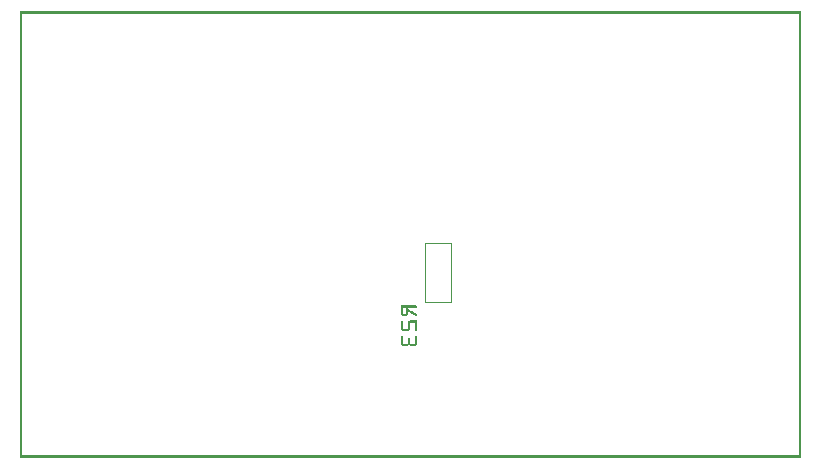
<source format=gbo>
G04 MADE WITH FRITZING*
G04 WWW.FRITZING.ORG*
G04 DOUBLE SIDED*
G04 HOLES PLATED*
G04 CONTOUR ON CENTER OF CONTOUR VECTOR*
%ASAXBY*%
%FSLAX23Y23*%
%MOIN*%
%OFA0B0*%
%SFA1.0B1.0*%
%ADD10R,0.001000X0.001000*%
%LNSILK0*%
G90*
G70*
G54D10*
X0Y1489D02*
X2604Y1489D01*
X0Y1488D02*
X2604Y1488D01*
X0Y1487D02*
X2604Y1487D01*
X0Y1486D02*
X2604Y1486D01*
X0Y1485D02*
X2604Y1485D01*
X0Y1484D02*
X2604Y1484D01*
X0Y1483D02*
X2604Y1483D01*
X0Y1482D02*
X2604Y1482D01*
X0Y1481D02*
X7Y1481D01*
X2597Y1481D02*
X2604Y1481D01*
X0Y1480D02*
X7Y1480D01*
X2597Y1480D02*
X2604Y1480D01*
X0Y1479D02*
X7Y1479D01*
X2597Y1479D02*
X2604Y1479D01*
X0Y1478D02*
X7Y1478D01*
X2597Y1478D02*
X2604Y1478D01*
X0Y1477D02*
X7Y1477D01*
X2597Y1477D02*
X2604Y1477D01*
X0Y1476D02*
X7Y1476D01*
X2597Y1476D02*
X2604Y1476D01*
X0Y1475D02*
X7Y1475D01*
X2597Y1475D02*
X2604Y1475D01*
X0Y1474D02*
X7Y1474D01*
X2597Y1474D02*
X2604Y1474D01*
X0Y1473D02*
X7Y1473D01*
X2597Y1473D02*
X2604Y1473D01*
X0Y1472D02*
X7Y1472D01*
X2597Y1472D02*
X2604Y1472D01*
X0Y1471D02*
X7Y1471D01*
X2597Y1471D02*
X2604Y1471D01*
X0Y1470D02*
X7Y1470D01*
X2597Y1470D02*
X2604Y1470D01*
X0Y1469D02*
X7Y1469D01*
X2597Y1469D02*
X2604Y1469D01*
X0Y1468D02*
X7Y1468D01*
X2597Y1468D02*
X2604Y1468D01*
X0Y1467D02*
X7Y1467D01*
X2597Y1467D02*
X2604Y1467D01*
X0Y1466D02*
X7Y1466D01*
X2597Y1466D02*
X2604Y1466D01*
X0Y1465D02*
X7Y1465D01*
X2597Y1465D02*
X2604Y1465D01*
X0Y1464D02*
X7Y1464D01*
X2597Y1464D02*
X2604Y1464D01*
X0Y1463D02*
X7Y1463D01*
X2597Y1463D02*
X2604Y1463D01*
X0Y1462D02*
X7Y1462D01*
X2597Y1462D02*
X2604Y1462D01*
X0Y1461D02*
X7Y1461D01*
X2597Y1461D02*
X2604Y1461D01*
X0Y1460D02*
X7Y1460D01*
X2597Y1460D02*
X2604Y1460D01*
X0Y1459D02*
X7Y1459D01*
X2597Y1459D02*
X2604Y1459D01*
X0Y1458D02*
X7Y1458D01*
X2597Y1458D02*
X2604Y1458D01*
X0Y1457D02*
X7Y1457D01*
X2597Y1457D02*
X2604Y1457D01*
X0Y1456D02*
X7Y1456D01*
X2597Y1456D02*
X2604Y1456D01*
X0Y1455D02*
X7Y1455D01*
X2597Y1455D02*
X2604Y1455D01*
X0Y1454D02*
X7Y1454D01*
X2597Y1454D02*
X2604Y1454D01*
X0Y1453D02*
X7Y1453D01*
X2597Y1453D02*
X2604Y1453D01*
X0Y1452D02*
X7Y1452D01*
X2597Y1452D02*
X2604Y1452D01*
X0Y1451D02*
X7Y1451D01*
X2597Y1451D02*
X2604Y1451D01*
X0Y1450D02*
X7Y1450D01*
X2597Y1450D02*
X2604Y1450D01*
X0Y1449D02*
X7Y1449D01*
X2597Y1449D02*
X2604Y1449D01*
X0Y1448D02*
X7Y1448D01*
X2597Y1448D02*
X2604Y1448D01*
X0Y1447D02*
X7Y1447D01*
X2597Y1447D02*
X2604Y1447D01*
X0Y1446D02*
X7Y1446D01*
X2597Y1446D02*
X2604Y1446D01*
X0Y1445D02*
X7Y1445D01*
X2597Y1445D02*
X2604Y1445D01*
X0Y1444D02*
X7Y1444D01*
X2597Y1444D02*
X2604Y1444D01*
X0Y1443D02*
X7Y1443D01*
X2597Y1443D02*
X2604Y1443D01*
X0Y1442D02*
X7Y1442D01*
X2597Y1442D02*
X2604Y1442D01*
X0Y1441D02*
X7Y1441D01*
X2597Y1441D02*
X2604Y1441D01*
X0Y1440D02*
X7Y1440D01*
X2597Y1440D02*
X2604Y1440D01*
X0Y1439D02*
X7Y1439D01*
X2597Y1439D02*
X2604Y1439D01*
X0Y1438D02*
X7Y1438D01*
X2597Y1438D02*
X2604Y1438D01*
X0Y1437D02*
X7Y1437D01*
X2597Y1437D02*
X2604Y1437D01*
X0Y1436D02*
X7Y1436D01*
X2597Y1436D02*
X2604Y1436D01*
X0Y1435D02*
X7Y1435D01*
X2597Y1435D02*
X2604Y1435D01*
X0Y1434D02*
X7Y1434D01*
X2597Y1434D02*
X2604Y1434D01*
X0Y1433D02*
X7Y1433D01*
X2597Y1433D02*
X2604Y1433D01*
X0Y1432D02*
X7Y1432D01*
X2597Y1432D02*
X2604Y1432D01*
X0Y1431D02*
X7Y1431D01*
X2597Y1431D02*
X2604Y1431D01*
X0Y1430D02*
X7Y1430D01*
X2597Y1430D02*
X2604Y1430D01*
X0Y1429D02*
X7Y1429D01*
X2597Y1429D02*
X2604Y1429D01*
X0Y1428D02*
X7Y1428D01*
X2597Y1428D02*
X2604Y1428D01*
X0Y1427D02*
X7Y1427D01*
X2597Y1427D02*
X2604Y1427D01*
X0Y1426D02*
X7Y1426D01*
X2597Y1426D02*
X2604Y1426D01*
X0Y1425D02*
X7Y1425D01*
X2597Y1425D02*
X2604Y1425D01*
X0Y1424D02*
X7Y1424D01*
X2597Y1424D02*
X2604Y1424D01*
X0Y1423D02*
X7Y1423D01*
X2597Y1423D02*
X2604Y1423D01*
X0Y1422D02*
X7Y1422D01*
X2597Y1422D02*
X2604Y1422D01*
X0Y1421D02*
X7Y1421D01*
X2597Y1421D02*
X2604Y1421D01*
X0Y1420D02*
X7Y1420D01*
X2597Y1420D02*
X2604Y1420D01*
X0Y1419D02*
X7Y1419D01*
X2597Y1419D02*
X2604Y1419D01*
X0Y1418D02*
X7Y1418D01*
X2597Y1418D02*
X2604Y1418D01*
X0Y1417D02*
X7Y1417D01*
X2597Y1417D02*
X2604Y1417D01*
X0Y1416D02*
X7Y1416D01*
X2597Y1416D02*
X2604Y1416D01*
X0Y1415D02*
X7Y1415D01*
X2597Y1415D02*
X2604Y1415D01*
X0Y1414D02*
X7Y1414D01*
X2597Y1414D02*
X2604Y1414D01*
X0Y1413D02*
X7Y1413D01*
X2597Y1413D02*
X2604Y1413D01*
X0Y1412D02*
X7Y1412D01*
X2597Y1412D02*
X2604Y1412D01*
X0Y1411D02*
X7Y1411D01*
X2597Y1411D02*
X2604Y1411D01*
X0Y1410D02*
X7Y1410D01*
X2597Y1410D02*
X2604Y1410D01*
X0Y1409D02*
X7Y1409D01*
X2597Y1409D02*
X2604Y1409D01*
X0Y1408D02*
X7Y1408D01*
X2597Y1408D02*
X2604Y1408D01*
X0Y1407D02*
X7Y1407D01*
X2597Y1407D02*
X2604Y1407D01*
X0Y1406D02*
X7Y1406D01*
X2597Y1406D02*
X2604Y1406D01*
X0Y1405D02*
X7Y1405D01*
X2597Y1405D02*
X2604Y1405D01*
X0Y1404D02*
X7Y1404D01*
X2597Y1404D02*
X2604Y1404D01*
X0Y1403D02*
X7Y1403D01*
X2597Y1403D02*
X2604Y1403D01*
X0Y1402D02*
X7Y1402D01*
X2597Y1402D02*
X2604Y1402D01*
X0Y1401D02*
X7Y1401D01*
X2597Y1401D02*
X2604Y1401D01*
X0Y1400D02*
X7Y1400D01*
X2597Y1400D02*
X2604Y1400D01*
X0Y1399D02*
X7Y1399D01*
X2597Y1399D02*
X2604Y1399D01*
X0Y1398D02*
X7Y1398D01*
X2597Y1398D02*
X2604Y1398D01*
X0Y1397D02*
X7Y1397D01*
X2597Y1397D02*
X2604Y1397D01*
X0Y1396D02*
X7Y1396D01*
X2597Y1396D02*
X2604Y1396D01*
X0Y1395D02*
X7Y1395D01*
X2597Y1395D02*
X2604Y1395D01*
X0Y1394D02*
X7Y1394D01*
X2597Y1394D02*
X2604Y1394D01*
X0Y1393D02*
X7Y1393D01*
X2597Y1393D02*
X2604Y1393D01*
X0Y1392D02*
X7Y1392D01*
X2597Y1392D02*
X2604Y1392D01*
X0Y1391D02*
X7Y1391D01*
X2597Y1391D02*
X2604Y1391D01*
X0Y1390D02*
X7Y1390D01*
X2597Y1390D02*
X2604Y1390D01*
X0Y1389D02*
X7Y1389D01*
X2597Y1389D02*
X2604Y1389D01*
X0Y1388D02*
X7Y1388D01*
X2597Y1388D02*
X2604Y1388D01*
X0Y1387D02*
X7Y1387D01*
X2597Y1387D02*
X2604Y1387D01*
X0Y1386D02*
X7Y1386D01*
X2597Y1386D02*
X2604Y1386D01*
X0Y1385D02*
X7Y1385D01*
X2597Y1385D02*
X2604Y1385D01*
X0Y1384D02*
X7Y1384D01*
X2597Y1384D02*
X2604Y1384D01*
X0Y1383D02*
X7Y1383D01*
X2597Y1383D02*
X2604Y1383D01*
X0Y1382D02*
X7Y1382D01*
X2597Y1382D02*
X2604Y1382D01*
X0Y1381D02*
X7Y1381D01*
X2597Y1381D02*
X2604Y1381D01*
X0Y1380D02*
X7Y1380D01*
X2597Y1380D02*
X2604Y1380D01*
X0Y1379D02*
X7Y1379D01*
X2597Y1379D02*
X2604Y1379D01*
X0Y1378D02*
X7Y1378D01*
X2597Y1378D02*
X2604Y1378D01*
X0Y1377D02*
X7Y1377D01*
X2597Y1377D02*
X2604Y1377D01*
X0Y1376D02*
X7Y1376D01*
X2597Y1376D02*
X2604Y1376D01*
X0Y1375D02*
X7Y1375D01*
X2597Y1375D02*
X2604Y1375D01*
X0Y1374D02*
X7Y1374D01*
X2597Y1374D02*
X2604Y1374D01*
X0Y1373D02*
X7Y1373D01*
X2597Y1373D02*
X2604Y1373D01*
X0Y1372D02*
X7Y1372D01*
X2597Y1372D02*
X2604Y1372D01*
X0Y1371D02*
X7Y1371D01*
X2597Y1371D02*
X2604Y1371D01*
X0Y1370D02*
X7Y1370D01*
X2597Y1370D02*
X2604Y1370D01*
X0Y1369D02*
X7Y1369D01*
X2597Y1369D02*
X2604Y1369D01*
X0Y1368D02*
X7Y1368D01*
X2597Y1368D02*
X2604Y1368D01*
X0Y1367D02*
X7Y1367D01*
X2597Y1367D02*
X2604Y1367D01*
X0Y1366D02*
X7Y1366D01*
X2597Y1366D02*
X2604Y1366D01*
X0Y1365D02*
X7Y1365D01*
X2597Y1365D02*
X2604Y1365D01*
X0Y1364D02*
X7Y1364D01*
X2597Y1364D02*
X2604Y1364D01*
X0Y1363D02*
X7Y1363D01*
X2597Y1363D02*
X2604Y1363D01*
X0Y1362D02*
X7Y1362D01*
X2597Y1362D02*
X2604Y1362D01*
X0Y1361D02*
X7Y1361D01*
X2597Y1361D02*
X2604Y1361D01*
X0Y1360D02*
X7Y1360D01*
X2597Y1360D02*
X2604Y1360D01*
X0Y1359D02*
X7Y1359D01*
X2597Y1359D02*
X2604Y1359D01*
X0Y1358D02*
X7Y1358D01*
X2597Y1358D02*
X2604Y1358D01*
X0Y1357D02*
X7Y1357D01*
X2597Y1357D02*
X2604Y1357D01*
X0Y1356D02*
X7Y1356D01*
X2597Y1356D02*
X2604Y1356D01*
X0Y1355D02*
X7Y1355D01*
X2597Y1355D02*
X2604Y1355D01*
X0Y1354D02*
X7Y1354D01*
X2597Y1354D02*
X2604Y1354D01*
X0Y1353D02*
X7Y1353D01*
X2597Y1353D02*
X2604Y1353D01*
X0Y1352D02*
X7Y1352D01*
X2597Y1352D02*
X2604Y1352D01*
X0Y1351D02*
X7Y1351D01*
X2597Y1351D02*
X2604Y1351D01*
X0Y1350D02*
X7Y1350D01*
X2597Y1350D02*
X2604Y1350D01*
X0Y1349D02*
X7Y1349D01*
X2597Y1349D02*
X2604Y1349D01*
X0Y1348D02*
X7Y1348D01*
X2597Y1348D02*
X2604Y1348D01*
X0Y1347D02*
X7Y1347D01*
X2597Y1347D02*
X2604Y1347D01*
X0Y1346D02*
X7Y1346D01*
X2597Y1346D02*
X2604Y1346D01*
X0Y1345D02*
X7Y1345D01*
X2597Y1345D02*
X2604Y1345D01*
X0Y1344D02*
X7Y1344D01*
X2597Y1344D02*
X2604Y1344D01*
X0Y1343D02*
X7Y1343D01*
X2597Y1343D02*
X2604Y1343D01*
X0Y1342D02*
X7Y1342D01*
X2597Y1342D02*
X2604Y1342D01*
X0Y1341D02*
X7Y1341D01*
X2597Y1341D02*
X2604Y1341D01*
X0Y1340D02*
X7Y1340D01*
X2597Y1340D02*
X2604Y1340D01*
X0Y1339D02*
X7Y1339D01*
X2597Y1339D02*
X2604Y1339D01*
X0Y1338D02*
X7Y1338D01*
X2597Y1338D02*
X2604Y1338D01*
X0Y1337D02*
X7Y1337D01*
X2597Y1337D02*
X2604Y1337D01*
X0Y1336D02*
X7Y1336D01*
X2597Y1336D02*
X2604Y1336D01*
X0Y1335D02*
X7Y1335D01*
X2597Y1335D02*
X2604Y1335D01*
X0Y1334D02*
X7Y1334D01*
X2597Y1334D02*
X2604Y1334D01*
X0Y1333D02*
X7Y1333D01*
X2597Y1333D02*
X2604Y1333D01*
X0Y1332D02*
X7Y1332D01*
X2597Y1332D02*
X2604Y1332D01*
X0Y1331D02*
X7Y1331D01*
X2597Y1331D02*
X2604Y1331D01*
X0Y1330D02*
X7Y1330D01*
X2597Y1330D02*
X2604Y1330D01*
X0Y1329D02*
X7Y1329D01*
X2597Y1329D02*
X2604Y1329D01*
X0Y1328D02*
X7Y1328D01*
X2597Y1328D02*
X2604Y1328D01*
X0Y1327D02*
X7Y1327D01*
X2597Y1327D02*
X2604Y1327D01*
X0Y1326D02*
X7Y1326D01*
X2597Y1326D02*
X2604Y1326D01*
X0Y1325D02*
X7Y1325D01*
X2597Y1325D02*
X2604Y1325D01*
X0Y1324D02*
X7Y1324D01*
X2597Y1324D02*
X2604Y1324D01*
X0Y1323D02*
X7Y1323D01*
X2597Y1323D02*
X2604Y1323D01*
X0Y1322D02*
X7Y1322D01*
X2597Y1322D02*
X2604Y1322D01*
X0Y1321D02*
X7Y1321D01*
X2597Y1321D02*
X2604Y1321D01*
X0Y1320D02*
X7Y1320D01*
X2597Y1320D02*
X2604Y1320D01*
X0Y1319D02*
X7Y1319D01*
X2597Y1319D02*
X2604Y1319D01*
X0Y1318D02*
X7Y1318D01*
X2597Y1318D02*
X2604Y1318D01*
X0Y1317D02*
X7Y1317D01*
X2597Y1317D02*
X2604Y1317D01*
X0Y1316D02*
X7Y1316D01*
X2597Y1316D02*
X2604Y1316D01*
X0Y1315D02*
X7Y1315D01*
X2597Y1315D02*
X2604Y1315D01*
X0Y1314D02*
X7Y1314D01*
X2597Y1314D02*
X2604Y1314D01*
X0Y1313D02*
X7Y1313D01*
X2597Y1313D02*
X2604Y1313D01*
X0Y1312D02*
X7Y1312D01*
X2597Y1312D02*
X2604Y1312D01*
X0Y1311D02*
X7Y1311D01*
X2597Y1311D02*
X2604Y1311D01*
X0Y1310D02*
X7Y1310D01*
X2597Y1310D02*
X2604Y1310D01*
X0Y1309D02*
X7Y1309D01*
X2597Y1309D02*
X2604Y1309D01*
X0Y1308D02*
X7Y1308D01*
X2597Y1308D02*
X2604Y1308D01*
X0Y1307D02*
X7Y1307D01*
X2597Y1307D02*
X2604Y1307D01*
X0Y1306D02*
X7Y1306D01*
X2597Y1306D02*
X2604Y1306D01*
X0Y1305D02*
X7Y1305D01*
X2597Y1305D02*
X2604Y1305D01*
X0Y1304D02*
X7Y1304D01*
X2597Y1304D02*
X2604Y1304D01*
X0Y1303D02*
X7Y1303D01*
X2597Y1303D02*
X2604Y1303D01*
X0Y1302D02*
X7Y1302D01*
X2597Y1302D02*
X2604Y1302D01*
X0Y1301D02*
X7Y1301D01*
X2597Y1301D02*
X2604Y1301D01*
X0Y1300D02*
X7Y1300D01*
X2597Y1300D02*
X2604Y1300D01*
X0Y1299D02*
X7Y1299D01*
X2597Y1299D02*
X2604Y1299D01*
X0Y1298D02*
X7Y1298D01*
X2597Y1298D02*
X2604Y1298D01*
X0Y1297D02*
X7Y1297D01*
X2597Y1297D02*
X2604Y1297D01*
X0Y1296D02*
X7Y1296D01*
X2597Y1296D02*
X2604Y1296D01*
X0Y1295D02*
X7Y1295D01*
X2597Y1295D02*
X2604Y1295D01*
X0Y1294D02*
X7Y1294D01*
X2597Y1294D02*
X2604Y1294D01*
X0Y1293D02*
X7Y1293D01*
X2597Y1293D02*
X2604Y1293D01*
X0Y1292D02*
X7Y1292D01*
X2597Y1292D02*
X2604Y1292D01*
X0Y1291D02*
X7Y1291D01*
X2597Y1291D02*
X2604Y1291D01*
X0Y1290D02*
X7Y1290D01*
X2597Y1290D02*
X2604Y1290D01*
X0Y1289D02*
X7Y1289D01*
X2597Y1289D02*
X2604Y1289D01*
X0Y1288D02*
X7Y1288D01*
X2597Y1288D02*
X2604Y1288D01*
X0Y1287D02*
X7Y1287D01*
X2597Y1287D02*
X2604Y1287D01*
X0Y1286D02*
X7Y1286D01*
X2597Y1286D02*
X2604Y1286D01*
X0Y1285D02*
X7Y1285D01*
X2597Y1285D02*
X2604Y1285D01*
X0Y1284D02*
X7Y1284D01*
X2597Y1284D02*
X2604Y1284D01*
X0Y1283D02*
X7Y1283D01*
X2597Y1283D02*
X2604Y1283D01*
X0Y1282D02*
X7Y1282D01*
X2597Y1282D02*
X2604Y1282D01*
X0Y1281D02*
X7Y1281D01*
X2597Y1281D02*
X2604Y1281D01*
X0Y1280D02*
X7Y1280D01*
X2597Y1280D02*
X2604Y1280D01*
X0Y1279D02*
X7Y1279D01*
X2597Y1279D02*
X2604Y1279D01*
X0Y1278D02*
X7Y1278D01*
X2597Y1278D02*
X2604Y1278D01*
X0Y1277D02*
X7Y1277D01*
X2597Y1277D02*
X2604Y1277D01*
X0Y1276D02*
X7Y1276D01*
X2597Y1276D02*
X2604Y1276D01*
X0Y1275D02*
X7Y1275D01*
X2597Y1275D02*
X2604Y1275D01*
X0Y1274D02*
X7Y1274D01*
X2597Y1274D02*
X2604Y1274D01*
X0Y1273D02*
X7Y1273D01*
X2597Y1273D02*
X2604Y1273D01*
X0Y1272D02*
X7Y1272D01*
X2597Y1272D02*
X2604Y1272D01*
X0Y1271D02*
X7Y1271D01*
X2597Y1271D02*
X2604Y1271D01*
X0Y1270D02*
X7Y1270D01*
X2597Y1270D02*
X2604Y1270D01*
X0Y1269D02*
X7Y1269D01*
X2597Y1269D02*
X2604Y1269D01*
X0Y1268D02*
X7Y1268D01*
X2597Y1268D02*
X2604Y1268D01*
X0Y1267D02*
X7Y1267D01*
X2597Y1267D02*
X2604Y1267D01*
X0Y1266D02*
X7Y1266D01*
X2597Y1266D02*
X2604Y1266D01*
X0Y1265D02*
X7Y1265D01*
X2597Y1265D02*
X2604Y1265D01*
X0Y1264D02*
X7Y1264D01*
X2597Y1264D02*
X2604Y1264D01*
X0Y1263D02*
X7Y1263D01*
X2597Y1263D02*
X2604Y1263D01*
X0Y1262D02*
X7Y1262D01*
X2597Y1262D02*
X2604Y1262D01*
X0Y1261D02*
X7Y1261D01*
X2597Y1261D02*
X2604Y1261D01*
X0Y1260D02*
X7Y1260D01*
X2597Y1260D02*
X2604Y1260D01*
X0Y1259D02*
X7Y1259D01*
X2597Y1259D02*
X2604Y1259D01*
X0Y1258D02*
X7Y1258D01*
X2597Y1258D02*
X2604Y1258D01*
X0Y1257D02*
X7Y1257D01*
X2597Y1257D02*
X2604Y1257D01*
X0Y1256D02*
X7Y1256D01*
X2597Y1256D02*
X2604Y1256D01*
X0Y1255D02*
X7Y1255D01*
X2597Y1255D02*
X2604Y1255D01*
X0Y1254D02*
X7Y1254D01*
X2597Y1254D02*
X2604Y1254D01*
X0Y1253D02*
X7Y1253D01*
X2597Y1253D02*
X2604Y1253D01*
X0Y1252D02*
X7Y1252D01*
X2597Y1252D02*
X2604Y1252D01*
X0Y1251D02*
X7Y1251D01*
X2597Y1251D02*
X2604Y1251D01*
X0Y1250D02*
X7Y1250D01*
X2597Y1250D02*
X2604Y1250D01*
X0Y1249D02*
X7Y1249D01*
X2597Y1249D02*
X2604Y1249D01*
X0Y1248D02*
X7Y1248D01*
X2597Y1248D02*
X2604Y1248D01*
X0Y1247D02*
X7Y1247D01*
X2597Y1247D02*
X2604Y1247D01*
X0Y1246D02*
X7Y1246D01*
X2597Y1246D02*
X2604Y1246D01*
X0Y1245D02*
X7Y1245D01*
X2597Y1245D02*
X2604Y1245D01*
X0Y1244D02*
X7Y1244D01*
X2597Y1244D02*
X2604Y1244D01*
X0Y1243D02*
X7Y1243D01*
X2597Y1243D02*
X2604Y1243D01*
X0Y1242D02*
X7Y1242D01*
X2597Y1242D02*
X2604Y1242D01*
X0Y1241D02*
X7Y1241D01*
X2597Y1241D02*
X2604Y1241D01*
X0Y1240D02*
X7Y1240D01*
X2597Y1240D02*
X2604Y1240D01*
X0Y1239D02*
X7Y1239D01*
X2597Y1239D02*
X2604Y1239D01*
X0Y1238D02*
X7Y1238D01*
X2597Y1238D02*
X2604Y1238D01*
X0Y1237D02*
X7Y1237D01*
X2597Y1237D02*
X2604Y1237D01*
X0Y1236D02*
X7Y1236D01*
X2597Y1236D02*
X2604Y1236D01*
X0Y1235D02*
X7Y1235D01*
X2597Y1235D02*
X2604Y1235D01*
X0Y1234D02*
X7Y1234D01*
X2597Y1234D02*
X2604Y1234D01*
X0Y1233D02*
X7Y1233D01*
X2597Y1233D02*
X2604Y1233D01*
X0Y1232D02*
X7Y1232D01*
X2597Y1232D02*
X2604Y1232D01*
X0Y1231D02*
X7Y1231D01*
X2597Y1231D02*
X2604Y1231D01*
X0Y1230D02*
X7Y1230D01*
X2597Y1230D02*
X2604Y1230D01*
X0Y1229D02*
X7Y1229D01*
X2597Y1229D02*
X2604Y1229D01*
X0Y1228D02*
X7Y1228D01*
X2597Y1228D02*
X2604Y1228D01*
X0Y1227D02*
X7Y1227D01*
X2597Y1227D02*
X2604Y1227D01*
X0Y1226D02*
X7Y1226D01*
X2597Y1226D02*
X2604Y1226D01*
X0Y1225D02*
X7Y1225D01*
X2597Y1225D02*
X2604Y1225D01*
X0Y1224D02*
X7Y1224D01*
X2597Y1224D02*
X2604Y1224D01*
X0Y1223D02*
X7Y1223D01*
X2597Y1223D02*
X2604Y1223D01*
X0Y1222D02*
X7Y1222D01*
X2597Y1222D02*
X2604Y1222D01*
X0Y1221D02*
X7Y1221D01*
X2597Y1221D02*
X2604Y1221D01*
X0Y1220D02*
X7Y1220D01*
X2597Y1220D02*
X2604Y1220D01*
X0Y1219D02*
X7Y1219D01*
X2597Y1219D02*
X2604Y1219D01*
X0Y1218D02*
X7Y1218D01*
X2597Y1218D02*
X2604Y1218D01*
X0Y1217D02*
X7Y1217D01*
X2597Y1217D02*
X2604Y1217D01*
X0Y1216D02*
X7Y1216D01*
X2597Y1216D02*
X2604Y1216D01*
X0Y1215D02*
X7Y1215D01*
X2597Y1215D02*
X2604Y1215D01*
X0Y1214D02*
X7Y1214D01*
X2597Y1214D02*
X2604Y1214D01*
X0Y1213D02*
X7Y1213D01*
X2597Y1213D02*
X2604Y1213D01*
X0Y1212D02*
X7Y1212D01*
X2597Y1212D02*
X2604Y1212D01*
X0Y1211D02*
X7Y1211D01*
X2597Y1211D02*
X2604Y1211D01*
X0Y1210D02*
X7Y1210D01*
X2597Y1210D02*
X2604Y1210D01*
X0Y1209D02*
X7Y1209D01*
X2597Y1209D02*
X2604Y1209D01*
X0Y1208D02*
X7Y1208D01*
X2597Y1208D02*
X2604Y1208D01*
X0Y1207D02*
X7Y1207D01*
X2597Y1207D02*
X2604Y1207D01*
X0Y1206D02*
X7Y1206D01*
X2597Y1206D02*
X2604Y1206D01*
X0Y1205D02*
X7Y1205D01*
X2597Y1205D02*
X2604Y1205D01*
X0Y1204D02*
X7Y1204D01*
X2597Y1204D02*
X2604Y1204D01*
X0Y1203D02*
X7Y1203D01*
X2597Y1203D02*
X2604Y1203D01*
X0Y1202D02*
X7Y1202D01*
X2597Y1202D02*
X2604Y1202D01*
X0Y1201D02*
X7Y1201D01*
X2597Y1201D02*
X2604Y1201D01*
X0Y1200D02*
X7Y1200D01*
X2597Y1200D02*
X2604Y1200D01*
X0Y1199D02*
X7Y1199D01*
X2597Y1199D02*
X2604Y1199D01*
X0Y1198D02*
X7Y1198D01*
X2597Y1198D02*
X2604Y1198D01*
X0Y1197D02*
X7Y1197D01*
X2597Y1197D02*
X2604Y1197D01*
X0Y1196D02*
X7Y1196D01*
X2597Y1196D02*
X2604Y1196D01*
X0Y1195D02*
X7Y1195D01*
X2597Y1195D02*
X2604Y1195D01*
X0Y1194D02*
X7Y1194D01*
X2597Y1194D02*
X2604Y1194D01*
X0Y1193D02*
X7Y1193D01*
X2597Y1193D02*
X2604Y1193D01*
X0Y1192D02*
X7Y1192D01*
X2597Y1192D02*
X2604Y1192D01*
X0Y1191D02*
X7Y1191D01*
X2597Y1191D02*
X2604Y1191D01*
X0Y1190D02*
X7Y1190D01*
X2597Y1190D02*
X2604Y1190D01*
X0Y1189D02*
X7Y1189D01*
X2597Y1189D02*
X2604Y1189D01*
X0Y1188D02*
X7Y1188D01*
X2597Y1188D02*
X2604Y1188D01*
X0Y1187D02*
X7Y1187D01*
X2597Y1187D02*
X2604Y1187D01*
X0Y1186D02*
X7Y1186D01*
X2597Y1186D02*
X2604Y1186D01*
X0Y1185D02*
X7Y1185D01*
X2597Y1185D02*
X2604Y1185D01*
X0Y1184D02*
X7Y1184D01*
X2597Y1184D02*
X2604Y1184D01*
X0Y1183D02*
X7Y1183D01*
X2597Y1183D02*
X2604Y1183D01*
X0Y1182D02*
X7Y1182D01*
X2597Y1182D02*
X2604Y1182D01*
X0Y1181D02*
X7Y1181D01*
X2597Y1181D02*
X2604Y1181D01*
X0Y1180D02*
X7Y1180D01*
X2597Y1180D02*
X2604Y1180D01*
X0Y1179D02*
X7Y1179D01*
X2597Y1179D02*
X2604Y1179D01*
X0Y1178D02*
X7Y1178D01*
X2597Y1178D02*
X2604Y1178D01*
X0Y1177D02*
X7Y1177D01*
X2597Y1177D02*
X2604Y1177D01*
X0Y1176D02*
X7Y1176D01*
X2597Y1176D02*
X2604Y1176D01*
X0Y1175D02*
X7Y1175D01*
X2597Y1175D02*
X2604Y1175D01*
X0Y1174D02*
X7Y1174D01*
X2597Y1174D02*
X2604Y1174D01*
X0Y1173D02*
X7Y1173D01*
X2597Y1173D02*
X2604Y1173D01*
X0Y1172D02*
X7Y1172D01*
X2597Y1172D02*
X2604Y1172D01*
X0Y1171D02*
X7Y1171D01*
X2597Y1171D02*
X2604Y1171D01*
X0Y1170D02*
X7Y1170D01*
X2597Y1170D02*
X2604Y1170D01*
X0Y1169D02*
X7Y1169D01*
X2597Y1169D02*
X2604Y1169D01*
X0Y1168D02*
X7Y1168D01*
X2597Y1168D02*
X2604Y1168D01*
X0Y1167D02*
X7Y1167D01*
X2597Y1167D02*
X2604Y1167D01*
X0Y1166D02*
X7Y1166D01*
X2597Y1166D02*
X2604Y1166D01*
X0Y1165D02*
X7Y1165D01*
X2597Y1165D02*
X2604Y1165D01*
X0Y1164D02*
X7Y1164D01*
X2597Y1164D02*
X2604Y1164D01*
X0Y1163D02*
X7Y1163D01*
X2597Y1163D02*
X2604Y1163D01*
X0Y1162D02*
X7Y1162D01*
X2597Y1162D02*
X2604Y1162D01*
X0Y1161D02*
X7Y1161D01*
X2597Y1161D02*
X2604Y1161D01*
X0Y1160D02*
X7Y1160D01*
X2597Y1160D02*
X2604Y1160D01*
X0Y1159D02*
X7Y1159D01*
X2597Y1159D02*
X2604Y1159D01*
X0Y1158D02*
X7Y1158D01*
X2597Y1158D02*
X2604Y1158D01*
X0Y1157D02*
X7Y1157D01*
X2597Y1157D02*
X2604Y1157D01*
X0Y1156D02*
X7Y1156D01*
X2597Y1156D02*
X2604Y1156D01*
X0Y1155D02*
X7Y1155D01*
X2597Y1155D02*
X2604Y1155D01*
X0Y1154D02*
X7Y1154D01*
X2597Y1154D02*
X2604Y1154D01*
X0Y1153D02*
X7Y1153D01*
X2597Y1153D02*
X2604Y1153D01*
X0Y1152D02*
X7Y1152D01*
X2597Y1152D02*
X2604Y1152D01*
X0Y1151D02*
X7Y1151D01*
X2597Y1151D02*
X2604Y1151D01*
X0Y1150D02*
X7Y1150D01*
X2597Y1150D02*
X2604Y1150D01*
X0Y1149D02*
X7Y1149D01*
X2597Y1149D02*
X2604Y1149D01*
X0Y1148D02*
X7Y1148D01*
X2597Y1148D02*
X2604Y1148D01*
X0Y1147D02*
X7Y1147D01*
X2597Y1147D02*
X2604Y1147D01*
X0Y1146D02*
X7Y1146D01*
X2597Y1146D02*
X2604Y1146D01*
X0Y1145D02*
X7Y1145D01*
X2597Y1145D02*
X2604Y1145D01*
X0Y1144D02*
X7Y1144D01*
X2597Y1144D02*
X2604Y1144D01*
X0Y1143D02*
X7Y1143D01*
X2597Y1143D02*
X2604Y1143D01*
X0Y1142D02*
X7Y1142D01*
X2597Y1142D02*
X2604Y1142D01*
X0Y1141D02*
X7Y1141D01*
X2597Y1141D02*
X2604Y1141D01*
X0Y1140D02*
X7Y1140D01*
X2597Y1140D02*
X2604Y1140D01*
X0Y1139D02*
X7Y1139D01*
X2597Y1139D02*
X2604Y1139D01*
X0Y1138D02*
X7Y1138D01*
X2597Y1138D02*
X2604Y1138D01*
X0Y1137D02*
X7Y1137D01*
X2597Y1137D02*
X2604Y1137D01*
X0Y1136D02*
X7Y1136D01*
X2597Y1136D02*
X2604Y1136D01*
X0Y1135D02*
X7Y1135D01*
X2597Y1135D02*
X2604Y1135D01*
X0Y1134D02*
X7Y1134D01*
X2597Y1134D02*
X2604Y1134D01*
X0Y1133D02*
X7Y1133D01*
X2597Y1133D02*
X2604Y1133D01*
X0Y1132D02*
X7Y1132D01*
X2597Y1132D02*
X2604Y1132D01*
X0Y1131D02*
X7Y1131D01*
X2597Y1131D02*
X2604Y1131D01*
X0Y1130D02*
X7Y1130D01*
X2597Y1130D02*
X2604Y1130D01*
X0Y1129D02*
X7Y1129D01*
X2597Y1129D02*
X2604Y1129D01*
X0Y1128D02*
X7Y1128D01*
X2597Y1128D02*
X2604Y1128D01*
X0Y1127D02*
X7Y1127D01*
X2597Y1127D02*
X2604Y1127D01*
X0Y1126D02*
X7Y1126D01*
X2597Y1126D02*
X2604Y1126D01*
X0Y1125D02*
X7Y1125D01*
X2597Y1125D02*
X2604Y1125D01*
X0Y1124D02*
X7Y1124D01*
X2597Y1124D02*
X2604Y1124D01*
X0Y1123D02*
X7Y1123D01*
X2597Y1123D02*
X2604Y1123D01*
X0Y1122D02*
X7Y1122D01*
X2597Y1122D02*
X2604Y1122D01*
X0Y1121D02*
X7Y1121D01*
X2597Y1121D02*
X2604Y1121D01*
X0Y1120D02*
X7Y1120D01*
X2597Y1120D02*
X2604Y1120D01*
X0Y1119D02*
X7Y1119D01*
X2597Y1119D02*
X2604Y1119D01*
X0Y1118D02*
X7Y1118D01*
X2597Y1118D02*
X2604Y1118D01*
X0Y1117D02*
X7Y1117D01*
X2597Y1117D02*
X2604Y1117D01*
X0Y1116D02*
X7Y1116D01*
X2597Y1116D02*
X2604Y1116D01*
X0Y1115D02*
X7Y1115D01*
X2597Y1115D02*
X2604Y1115D01*
X0Y1114D02*
X7Y1114D01*
X2597Y1114D02*
X2604Y1114D01*
X0Y1113D02*
X7Y1113D01*
X2597Y1113D02*
X2604Y1113D01*
X0Y1112D02*
X7Y1112D01*
X2597Y1112D02*
X2604Y1112D01*
X0Y1111D02*
X7Y1111D01*
X2597Y1111D02*
X2604Y1111D01*
X0Y1110D02*
X7Y1110D01*
X2597Y1110D02*
X2604Y1110D01*
X0Y1109D02*
X7Y1109D01*
X2597Y1109D02*
X2604Y1109D01*
X0Y1108D02*
X7Y1108D01*
X2597Y1108D02*
X2604Y1108D01*
X0Y1107D02*
X7Y1107D01*
X2597Y1107D02*
X2604Y1107D01*
X0Y1106D02*
X7Y1106D01*
X2597Y1106D02*
X2604Y1106D01*
X0Y1105D02*
X7Y1105D01*
X2597Y1105D02*
X2604Y1105D01*
X0Y1104D02*
X7Y1104D01*
X2597Y1104D02*
X2604Y1104D01*
X0Y1103D02*
X7Y1103D01*
X2597Y1103D02*
X2604Y1103D01*
X0Y1102D02*
X7Y1102D01*
X2597Y1102D02*
X2604Y1102D01*
X0Y1101D02*
X7Y1101D01*
X2597Y1101D02*
X2604Y1101D01*
X0Y1100D02*
X7Y1100D01*
X2597Y1100D02*
X2604Y1100D01*
X0Y1099D02*
X7Y1099D01*
X2597Y1099D02*
X2604Y1099D01*
X0Y1098D02*
X7Y1098D01*
X2597Y1098D02*
X2604Y1098D01*
X0Y1097D02*
X7Y1097D01*
X2597Y1097D02*
X2604Y1097D01*
X0Y1096D02*
X7Y1096D01*
X2597Y1096D02*
X2604Y1096D01*
X0Y1095D02*
X7Y1095D01*
X2597Y1095D02*
X2604Y1095D01*
X0Y1094D02*
X7Y1094D01*
X2597Y1094D02*
X2604Y1094D01*
X0Y1093D02*
X7Y1093D01*
X2597Y1093D02*
X2604Y1093D01*
X0Y1092D02*
X7Y1092D01*
X2597Y1092D02*
X2604Y1092D01*
X0Y1091D02*
X7Y1091D01*
X2597Y1091D02*
X2604Y1091D01*
X0Y1090D02*
X7Y1090D01*
X2597Y1090D02*
X2604Y1090D01*
X0Y1089D02*
X7Y1089D01*
X2597Y1089D02*
X2604Y1089D01*
X0Y1088D02*
X7Y1088D01*
X2597Y1088D02*
X2604Y1088D01*
X0Y1087D02*
X7Y1087D01*
X2597Y1087D02*
X2604Y1087D01*
X0Y1086D02*
X7Y1086D01*
X2597Y1086D02*
X2604Y1086D01*
X0Y1085D02*
X7Y1085D01*
X2597Y1085D02*
X2604Y1085D01*
X0Y1084D02*
X7Y1084D01*
X2597Y1084D02*
X2604Y1084D01*
X0Y1083D02*
X7Y1083D01*
X2597Y1083D02*
X2604Y1083D01*
X0Y1082D02*
X7Y1082D01*
X2597Y1082D02*
X2604Y1082D01*
X0Y1081D02*
X7Y1081D01*
X2597Y1081D02*
X2604Y1081D01*
X0Y1080D02*
X7Y1080D01*
X2597Y1080D02*
X2604Y1080D01*
X0Y1079D02*
X7Y1079D01*
X2597Y1079D02*
X2604Y1079D01*
X0Y1078D02*
X7Y1078D01*
X2597Y1078D02*
X2604Y1078D01*
X0Y1077D02*
X7Y1077D01*
X2597Y1077D02*
X2604Y1077D01*
X0Y1076D02*
X7Y1076D01*
X2597Y1076D02*
X2604Y1076D01*
X0Y1075D02*
X7Y1075D01*
X2597Y1075D02*
X2604Y1075D01*
X0Y1074D02*
X7Y1074D01*
X2597Y1074D02*
X2604Y1074D01*
X0Y1073D02*
X7Y1073D01*
X2597Y1073D02*
X2604Y1073D01*
X0Y1072D02*
X7Y1072D01*
X2597Y1072D02*
X2604Y1072D01*
X0Y1071D02*
X7Y1071D01*
X2597Y1071D02*
X2604Y1071D01*
X0Y1070D02*
X7Y1070D01*
X2597Y1070D02*
X2604Y1070D01*
X0Y1069D02*
X7Y1069D01*
X2597Y1069D02*
X2604Y1069D01*
X0Y1068D02*
X7Y1068D01*
X2597Y1068D02*
X2604Y1068D01*
X0Y1067D02*
X7Y1067D01*
X2597Y1067D02*
X2604Y1067D01*
X0Y1066D02*
X7Y1066D01*
X2597Y1066D02*
X2604Y1066D01*
X0Y1065D02*
X7Y1065D01*
X2597Y1065D02*
X2604Y1065D01*
X0Y1064D02*
X7Y1064D01*
X2597Y1064D02*
X2604Y1064D01*
X0Y1063D02*
X7Y1063D01*
X2597Y1063D02*
X2604Y1063D01*
X0Y1062D02*
X7Y1062D01*
X2597Y1062D02*
X2604Y1062D01*
X0Y1061D02*
X7Y1061D01*
X2597Y1061D02*
X2604Y1061D01*
X0Y1060D02*
X7Y1060D01*
X2597Y1060D02*
X2604Y1060D01*
X0Y1059D02*
X7Y1059D01*
X2597Y1059D02*
X2604Y1059D01*
X0Y1058D02*
X7Y1058D01*
X2597Y1058D02*
X2604Y1058D01*
X0Y1057D02*
X7Y1057D01*
X2597Y1057D02*
X2604Y1057D01*
X0Y1056D02*
X7Y1056D01*
X2597Y1056D02*
X2604Y1056D01*
X0Y1055D02*
X7Y1055D01*
X2597Y1055D02*
X2604Y1055D01*
X0Y1054D02*
X7Y1054D01*
X2597Y1054D02*
X2604Y1054D01*
X0Y1053D02*
X7Y1053D01*
X2597Y1053D02*
X2604Y1053D01*
X0Y1052D02*
X7Y1052D01*
X2597Y1052D02*
X2604Y1052D01*
X0Y1051D02*
X7Y1051D01*
X2597Y1051D02*
X2604Y1051D01*
X0Y1050D02*
X7Y1050D01*
X2597Y1050D02*
X2604Y1050D01*
X0Y1049D02*
X7Y1049D01*
X2597Y1049D02*
X2604Y1049D01*
X0Y1048D02*
X7Y1048D01*
X2597Y1048D02*
X2604Y1048D01*
X0Y1047D02*
X7Y1047D01*
X2597Y1047D02*
X2604Y1047D01*
X0Y1046D02*
X7Y1046D01*
X2597Y1046D02*
X2604Y1046D01*
X0Y1045D02*
X7Y1045D01*
X2597Y1045D02*
X2604Y1045D01*
X0Y1044D02*
X7Y1044D01*
X2597Y1044D02*
X2604Y1044D01*
X0Y1043D02*
X7Y1043D01*
X2597Y1043D02*
X2604Y1043D01*
X0Y1042D02*
X7Y1042D01*
X2597Y1042D02*
X2604Y1042D01*
X0Y1041D02*
X7Y1041D01*
X2597Y1041D02*
X2604Y1041D01*
X0Y1040D02*
X7Y1040D01*
X2597Y1040D02*
X2604Y1040D01*
X0Y1039D02*
X7Y1039D01*
X2597Y1039D02*
X2604Y1039D01*
X0Y1038D02*
X7Y1038D01*
X2597Y1038D02*
X2604Y1038D01*
X0Y1037D02*
X7Y1037D01*
X2597Y1037D02*
X2604Y1037D01*
X0Y1036D02*
X7Y1036D01*
X2597Y1036D02*
X2604Y1036D01*
X0Y1035D02*
X7Y1035D01*
X2597Y1035D02*
X2604Y1035D01*
X0Y1034D02*
X7Y1034D01*
X2597Y1034D02*
X2604Y1034D01*
X0Y1033D02*
X7Y1033D01*
X2597Y1033D02*
X2604Y1033D01*
X0Y1032D02*
X7Y1032D01*
X2597Y1032D02*
X2604Y1032D01*
X0Y1031D02*
X7Y1031D01*
X2597Y1031D02*
X2604Y1031D01*
X0Y1030D02*
X7Y1030D01*
X2597Y1030D02*
X2604Y1030D01*
X0Y1029D02*
X7Y1029D01*
X2597Y1029D02*
X2604Y1029D01*
X0Y1028D02*
X7Y1028D01*
X2597Y1028D02*
X2604Y1028D01*
X0Y1027D02*
X7Y1027D01*
X2597Y1027D02*
X2604Y1027D01*
X0Y1026D02*
X7Y1026D01*
X2597Y1026D02*
X2604Y1026D01*
X0Y1025D02*
X7Y1025D01*
X2597Y1025D02*
X2604Y1025D01*
X0Y1024D02*
X7Y1024D01*
X2597Y1024D02*
X2604Y1024D01*
X0Y1023D02*
X7Y1023D01*
X2597Y1023D02*
X2604Y1023D01*
X0Y1022D02*
X7Y1022D01*
X2597Y1022D02*
X2604Y1022D01*
X0Y1021D02*
X7Y1021D01*
X2597Y1021D02*
X2604Y1021D01*
X0Y1020D02*
X7Y1020D01*
X2597Y1020D02*
X2604Y1020D01*
X0Y1019D02*
X7Y1019D01*
X2597Y1019D02*
X2604Y1019D01*
X0Y1018D02*
X7Y1018D01*
X2597Y1018D02*
X2604Y1018D01*
X0Y1017D02*
X7Y1017D01*
X2597Y1017D02*
X2604Y1017D01*
X0Y1016D02*
X7Y1016D01*
X2597Y1016D02*
X2604Y1016D01*
X0Y1015D02*
X7Y1015D01*
X2597Y1015D02*
X2604Y1015D01*
X0Y1014D02*
X7Y1014D01*
X2597Y1014D02*
X2604Y1014D01*
X0Y1013D02*
X7Y1013D01*
X2597Y1013D02*
X2604Y1013D01*
X0Y1012D02*
X7Y1012D01*
X2597Y1012D02*
X2604Y1012D01*
X0Y1011D02*
X7Y1011D01*
X2597Y1011D02*
X2604Y1011D01*
X0Y1010D02*
X7Y1010D01*
X2597Y1010D02*
X2604Y1010D01*
X0Y1009D02*
X7Y1009D01*
X2597Y1009D02*
X2604Y1009D01*
X0Y1008D02*
X7Y1008D01*
X2597Y1008D02*
X2604Y1008D01*
X0Y1007D02*
X7Y1007D01*
X2597Y1007D02*
X2604Y1007D01*
X0Y1006D02*
X7Y1006D01*
X2597Y1006D02*
X2604Y1006D01*
X0Y1005D02*
X7Y1005D01*
X2597Y1005D02*
X2604Y1005D01*
X0Y1004D02*
X7Y1004D01*
X2597Y1004D02*
X2604Y1004D01*
X0Y1003D02*
X7Y1003D01*
X2597Y1003D02*
X2604Y1003D01*
X0Y1002D02*
X7Y1002D01*
X2597Y1002D02*
X2604Y1002D01*
X0Y1001D02*
X7Y1001D01*
X2597Y1001D02*
X2604Y1001D01*
X0Y1000D02*
X7Y1000D01*
X2597Y1000D02*
X2604Y1000D01*
X0Y999D02*
X7Y999D01*
X2597Y999D02*
X2604Y999D01*
X0Y998D02*
X7Y998D01*
X2597Y998D02*
X2604Y998D01*
X0Y997D02*
X7Y997D01*
X2597Y997D02*
X2604Y997D01*
X0Y996D02*
X7Y996D01*
X2597Y996D02*
X2604Y996D01*
X0Y995D02*
X7Y995D01*
X2597Y995D02*
X2604Y995D01*
X0Y994D02*
X7Y994D01*
X2597Y994D02*
X2604Y994D01*
X0Y993D02*
X7Y993D01*
X2597Y993D02*
X2604Y993D01*
X0Y992D02*
X7Y992D01*
X2597Y992D02*
X2604Y992D01*
X0Y991D02*
X7Y991D01*
X2597Y991D02*
X2604Y991D01*
X0Y990D02*
X7Y990D01*
X2597Y990D02*
X2604Y990D01*
X0Y989D02*
X7Y989D01*
X2597Y989D02*
X2604Y989D01*
X0Y988D02*
X7Y988D01*
X2597Y988D02*
X2604Y988D01*
X0Y987D02*
X7Y987D01*
X2597Y987D02*
X2604Y987D01*
X0Y986D02*
X7Y986D01*
X2597Y986D02*
X2604Y986D01*
X0Y985D02*
X7Y985D01*
X2597Y985D02*
X2604Y985D01*
X0Y984D02*
X7Y984D01*
X2597Y984D02*
X2604Y984D01*
X0Y983D02*
X7Y983D01*
X2597Y983D02*
X2604Y983D01*
X0Y982D02*
X7Y982D01*
X2597Y982D02*
X2604Y982D01*
X0Y981D02*
X7Y981D01*
X2597Y981D02*
X2604Y981D01*
X0Y980D02*
X7Y980D01*
X2597Y980D02*
X2604Y980D01*
X0Y979D02*
X7Y979D01*
X2597Y979D02*
X2604Y979D01*
X0Y978D02*
X7Y978D01*
X2597Y978D02*
X2604Y978D01*
X0Y977D02*
X7Y977D01*
X2597Y977D02*
X2604Y977D01*
X0Y976D02*
X7Y976D01*
X2597Y976D02*
X2604Y976D01*
X0Y975D02*
X7Y975D01*
X2597Y975D02*
X2604Y975D01*
X0Y974D02*
X7Y974D01*
X2597Y974D02*
X2604Y974D01*
X0Y973D02*
X7Y973D01*
X2597Y973D02*
X2604Y973D01*
X0Y972D02*
X7Y972D01*
X2597Y972D02*
X2604Y972D01*
X0Y971D02*
X7Y971D01*
X2597Y971D02*
X2604Y971D01*
X0Y970D02*
X7Y970D01*
X2597Y970D02*
X2604Y970D01*
X0Y969D02*
X7Y969D01*
X2597Y969D02*
X2604Y969D01*
X0Y968D02*
X7Y968D01*
X2597Y968D02*
X2604Y968D01*
X0Y967D02*
X7Y967D01*
X2597Y967D02*
X2604Y967D01*
X0Y966D02*
X7Y966D01*
X2597Y966D02*
X2604Y966D01*
X0Y965D02*
X7Y965D01*
X2597Y965D02*
X2604Y965D01*
X0Y964D02*
X7Y964D01*
X2597Y964D02*
X2604Y964D01*
X0Y963D02*
X7Y963D01*
X2597Y963D02*
X2604Y963D01*
X0Y962D02*
X7Y962D01*
X2597Y962D02*
X2604Y962D01*
X0Y961D02*
X7Y961D01*
X2597Y961D02*
X2604Y961D01*
X0Y960D02*
X7Y960D01*
X2597Y960D02*
X2604Y960D01*
X0Y959D02*
X7Y959D01*
X2597Y959D02*
X2604Y959D01*
X0Y958D02*
X7Y958D01*
X2597Y958D02*
X2604Y958D01*
X0Y957D02*
X7Y957D01*
X2597Y957D02*
X2604Y957D01*
X0Y956D02*
X7Y956D01*
X2597Y956D02*
X2604Y956D01*
X0Y955D02*
X7Y955D01*
X2597Y955D02*
X2604Y955D01*
X0Y954D02*
X7Y954D01*
X2597Y954D02*
X2604Y954D01*
X0Y953D02*
X7Y953D01*
X2597Y953D02*
X2604Y953D01*
X0Y952D02*
X7Y952D01*
X2597Y952D02*
X2604Y952D01*
X0Y951D02*
X7Y951D01*
X2597Y951D02*
X2604Y951D01*
X0Y950D02*
X7Y950D01*
X2597Y950D02*
X2604Y950D01*
X0Y949D02*
X7Y949D01*
X2597Y949D02*
X2604Y949D01*
X0Y948D02*
X7Y948D01*
X2597Y948D02*
X2604Y948D01*
X0Y947D02*
X7Y947D01*
X2597Y947D02*
X2604Y947D01*
X0Y946D02*
X7Y946D01*
X2597Y946D02*
X2604Y946D01*
X0Y945D02*
X7Y945D01*
X2597Y945D02*
X2604Y945D01*
X0Y944D02*
X7Y944D01*
X2597Y944D02*
X2604Y944D01*
X0Y943D02*
X7Y943D01*
X2597Y943D02*
X2604Y943D01*
X0Y942D02*
X7Y942D01*
X2597Y942D02*
X2604Y942D01*
X0Y941D02*
X7Y941D01*
X2597Y941D02*
X2604Y941D01*
X0Y940D02*
X7Y940D01*
X2597Y940D02*
X2604Y940D01*
X0Y939D02*
X7Y939D01*
X2597Y939D02*
X2604Y939D01*
X0Y938D02*
X7Y938D01*
X2597Y938D02*
X2604Y938D01*
X0Y937D02*
X7Y937D01*
X2597Y937D02*
X2604Y937D01*
X0Y936D02*
X7Y936D01*
X2597Y936D02*
X2604Y936D01*
X0Y935D02*
X7Y935D01*
X2597Y935D02*
X2604Y935D01*
X0Y934D02*
X7Y934D01*
X2597Y934D02*
X2604Y934D01*
X0Y933D02*
X7Y933D01*
X2597Y933D02*
X2604Y933D01*
X0Y932D02*
X7Y932D01*
X2597Y932D02*
X2604Y932D01*
X0Y931D02*
X7Y931D01*
X2597Y931D02*
X2604Y931D01*
X0Y930D02*
X7Y930D01*
X2597Y930D02*
X2604Y930D01*
X0Y929D02*
X7Y929D01*
X2597Y929D02*
X2604Y929D01*
X0Y928D02*
X7Y928D01*
X2597Y928D02*
X2604Y928D01*
X0Y927D02*
X7Y927D01*
X2597Y927D02*
X2604Y927D01*
X0Y926D02*
X7Y926D01*
X2597Y926D02*
X2604Y926D01*
X0Y925D02*
X7Y925D01*
X2597Y925D02*
X2604Y925D01*
X0Y924D02*
X7Y924D01*
X2597Y924D02*
X2604Y924D01*
X0Y923D02*
X7Y923D01*
X2597Y923D02*
X2604Y923D01*
X0Y922D02*
X7Y922D01*
X2597Y922D02*
X2604Y922D01*
X0Y921D02*
X7Y921D01*
X2597Y921D02*
X2604Y921D01*
X0Y920D02*
X7Y920D01*
X2597Y920D02*
X2604Y920D01*
X0Y919D02*
X7Y919D01*
X2597Y919D02*
X2604Y919D01*
X0Y918D02*
X7Y918D01*
X2597Y918D02*
X2604Y918D01*
X0Y917D02*
X7Y917D01*
X2597Y917D02*
X2604Y917D01*
X0Y916D02*
X7Y916D01*
X2597Y916D02*
X2604Y916D01*
X0Y915D02*
X7Y915D01*
X2597Y915D02*
X2604Y915D01*
X0Y914D02*
X7Y914D01*
X2597Y914D02*
X2604Y914D01*
X0Y913D02*
X7Y913D01*
X2597Y913D02*
X2604Y913D01*
X0Y912D02*
X7Y912D01*
X2597Y912D02*
X2604Y912D01*
X0Y911D02*
X7Y911D01*
X2597Y911D02*
X2604Y911D01*
X0Y910D02*
X7Y910D01*
X2597Y910D02*
X2604Y910D01*
X0Y909D02*
X7Y909D01*
X2597Y909D02*
X2604Y909D01*
X0Y908D02*
X7Y908D01*
X2597Y908D02*
X2604Y908D01*
X0Y907D02*
X7Y907D01*
X2597Y907D02*
X2604Y907D01*
X0Y906D02*
X7Y906D01*
X2597Y906D02*
X2604Y906D01*
X0Y905D02*
X7Y905D01*
X2597Y905D02*
X2604Y905D01*
X0Y904D02*
X7Y904D01*
X2597Y904D02*
X2604Y904D01*
X0Y903D02*
X7Y903D01*
X2597Y903D02*
X2604Y903D01*
X0Y902D02*
X7Y902D01*
X2597Y902D02*
X2604Y902D01*
X0Y901D02*
X7Y901D01*
X2597Y901D02*
X2604Y901D01*
X0Y900D02*
X7Y900D01*
X2597Y900D02*
X2604Y900D01*
X0Y899D02*
X7Y899D01*
X2597Y899D02*
X2604Y899D01*
X0Y898D02*
X7Y898D01*
X2597Y898D02*
X2604Y898D01*
X0Y897D02*
X7Y897D01*
X2597Y897D02*
X2604Y897D01*
X0Y896D02*
X7Y896D01*
X2597Y896D02*
X2604Y896D01*
X0Y895D02*
X7Y895D01*
X2597Y895D02*
X2604Y895D01*
X0Y894D02*
X7Y894D01*
X2597Y894D02*
X2604Y894D01*
X0Y893D02*
X7Y893D01*
X2597Y893D02*
X2604Y893D01*
X0Y892D02*
X7Y892D01*
X2597Y892D02*
X2604Y892D01*
X0Y891D02*
X7Y891D01*
X2597Y891D02*
X2604Y891D01*
X0Y890D02*
X7Y890D01*
X2597Y890D02*
X2604Y890D01*
X0Y889D02*
X7Y889D01*
X2597Y889D02*
X2604Y889D01*
X0Y888D02*
X7Y888D01*
X2597Y888D02*
X2604Y888D01*
X0Y887D02*
X7Y887D01*
X2597Y887D02*
X2604Y887D01*
X0Y886D02*
X7Y886D01*
X2597Y886D02*
X2604Y886D01*
X0Y885D02*
X7Y885D01*
X2597Y885D02*
X2604Y885D01*
X0Y884D02*
X7Y884D01*
X2597Y884D02*
X2604Y884D01*
X0Y883D02*
X7Y883D01*
X2597Y883D02*
X2604Y883D01*
X0Y882D02*
X7Y882D01*
X2597Y882D02*
X2604Y882D01*
X0Y881D02*
X7Y881D01*
X2597Y881D02*
X2604Y881D01*
X0Y880D02*
X7Y880D01*
X2597Y880D02*
X2604Y880D01*
X0Y879D02*
X7Y879D01*
X2597Y879D02*
X2604Y879D01*
X0Y878D02*
X7Y878D01*
X2597Y878D02*
X2604Y878D01*
X0Y877D02*
X7Y877D01*
X2597Y877D02*
X2604Y877D01*
X0Y876D02*
X7Y876D01*
X2597Y876D02*
X2604Y876D01*
X0Y875D02*
X7Y875D01*
X2597Y875D02*
X2604Y875D01*
X0Y874D02*
X7Y874D01*
X2597Y874D02*
X2604Y874D01*
X0Y873D02*
X7Y873D01*
X2597Y873D02*
X2604Y873D01*
X0Y872D02*
X7Y872D01*
X2597Y872D02*
X2604Y872D01*
X0Y871D02*
X7Y871D01*
X2597Y871D02*
X2604Y871D01*
X0Y870D02*
X7Y870D01*
X2597Y870D02*
X2604Y870D01*
X0Y869D02*
X7Y869D01*
X2597Y869D02*
X2604Y869D01*
X0Y868D02*
X7Y868D01*
X2597Y868D02*
X2604Y868D01*
X0Y867D02*
X7Y867D01*
X2597Y867D02*
X2604Y867D01*
X0Y866D02*
X7Y866D01*
X2597Y866D02*
X2604Y866D01*
X0Y865D02*
X7Y865D01*
X2597Y865D02*
X2604Y865D01*
X0Y864D02*
X7Y864D01*
X2597Y864D02*
X2604Y864D01*
X0Y863D02*
X7Y863D01*
X2597Y863D02*
X2604Y863D01*
X0Y862D02*
X7Y862D01*
X2597Y862D02*
X2604Y862D01*
X0Y861D02*
X7Y861D01*
X2597Y861D02*
X2604Y861D01*
X0Y860D02*
X7Y860D01*
X2597Y860D02*
X2604Y860D01*
X0Y859D02*
X7Y859D01*
X2597Y859D02*
X2604Y859D01*
X0Y858D02*
X7Y858D01*
X2597Y858D02*
X2604Y858D01*
X0Y857D02*
X7Y857D01*
X2597Y857D02*
X2604Y857D01*
X0Y856D02*
X7Y856D01*
X2597Y856D02*
X2604Y856D01*
X0Y855D02*
X7Y855D01*
X2597Y855D02*
X2604Y855D01*
X0Y854D02*
X7Y854D01*
X2597Y854D02*
X2604Y854D01*
X0Y853D02*
X7Y853D01*
X2597Y853D02*
X2604Y853D01*
X0Y852D02*
X7Y852D01*
X2597Y852D02*
X2604Y852D01*
X0Y851D02*
X7Y851D01*
X2597Y851D02*
X2604Y851D01*
X0Y850D02*
X7Y850D01*
X2597Y850D02*
X2604Y850D01*
X0Y849D02*
X7Y849D01*
X2597Y849D02*
X2604Y849D01*
X0Y848D02*
X7Y848D01*
X2597Y848D02*
X2604Y848D01*
X0Y847D02*
X7Y847D01*
X2597Y847D02*
X2604Y847D01*
X0Y846D02*
X7Y846D01*
X2597Y846D02*
X2604Y846D01*
X0Y845D02*
X7Y845D01*
X2597Y845D02*
X2604Y845D01*
X0Y844D02*
X7Y844D01*
X2597Y844D02*
X2604Y844D01*
X0Y843D02*
X7Y843D01*
X2597Y843D02*
X2604Y843D01*
X0Y842D02*
X7Y842D01*
X2597Y842D02*
X2604Y842D01*
X0Y841D02*
X7Y841D01*
X2597Y841D02*
X2604Y841D01*
X0Y840D02*
X7Y840D01*
X2597Y840D02*
X2604Y840D01*
X0Y839D02*
X7Y839D01*
X2597Y839D02*
X2604Y839D01*
X0Y838D02*
X7Y838D01*
X2597Y838D02*
X2604Y838D01*
X0Y837D02*
X7Y837D01*
X2597Y837D02*
X2604Y837D01*
X0Y836D02*
X7Y836D01*
X2597Y836D02*
X2604Y836D01*
X0Y835D02*
X7Y835D01*
X2597Y835D02*
X2604Y835D01*
X0Y834D02*
X7Y834D01*
X2597Y834D02*
X2604Y834D01*
X0Y833D02*
X7Y833D01*
X2597Y833D02*
X2604Y833D01*
X0Y832D02*
X7Y832D01*
X2597Y832D02*
X2604Y832D01*
X0Y831D02*
X7Y831D01*
X2597Y831D02*
X2604Y831D01*
X0Y830D02*
X7Y830D01*
X2597Y830D02*
X2604Y830D01*
X0Y829D02*
X7Y829D01*
X2597Y829D02*
X2604Y829D01*
X0Y828D02*
X7Y828D01*
X2597Y828D02*
X2604Y828D01*
X0Y827D02*
X7Y827D01*
X2597Y827D02*
X2604Y827D01*
X0Y826D02*
X7Y826D01*
X2597Y826D02*
X2604Y826D01*
X0Y825D02*
X7Y825D01*
X2597Y825D02*
X2604Y825D01*
X0Y824D02*
X7Y824D01*
X2597Y824D02*
X2604Y824D01*
X0Y823D02*
X7Y823D01*
X2597Y823D02*
X2604Y823D01*
X0Y822D02*
X7Y822D01*
X2597Y822D02*
X2604Y822D01*
X0Y821D02*
X7Y821D01*
X2597Y821D02*
X2604Y821D01*
X0Y820D02*
X7Y820D01*
X2597Y820D02*
X2604Y820D01*
X0Y819D02*
X7Y819D01*
X2597Y819D02*
X2604Y819D01*
X0Y818D02*
X7Y818D01*
X2597Y818D02*
X2604Y818D01*
X0Y817D02*
X7Y817D01*
X2597Y817D02*
X2604Y817D01*
X0Y816D02*
X7Y816D01*
X2597Y816D02*
X2604Y816D01*
X0Y815D02*
X7Y815D01*
X2597Y815D02*
X2604Y815D01*
X0Y814D02*
X7Y814D01*
X2597Y814D02*
X2604Y814D01*
X0Y813D02*
X7Y813D01*
X2597Y813D02*
X2604Y813D01*
X0Y812D02*
X7Y812D01*
X2597Y812D02*
X2604Y812D01*
X0Y811D02*
X7Y811D01*
X2597Y811D02*
X2604Y811D01*
X0Y810D02*
X7Y810D01*
X2597Y810D02*
X2604Y810D01*
X0Y809D02*
X7Y809D01*
X2597Y809D02*
X2604Y809D01*
X0Y808D02*
X7Y808D01*
X2597Y808D02*
X2604Y808D01*
X0Y807D02*
X7Y807D01*
X2597Y807D02*
X2604Y807D01*
X0Y806D02*
X7Y806D01*
X2597Y806D02*
X2604Y806D01*
X0Y805D02*
X7Y805D01*
X2597Y805D02*
X2604Y805D01*
X0Y804D02*
X7Y804D01*
X2597Y804D02*
X2604Y804D01*
X0Y803D02*
X7Y803D01*
X2597Y803D02*
X2604Y803D01*
X0Y802D02*
X7Y802D01*
X2597Y802D02*
X2604Y802D01*
X0Y801D02*
X7Y801D01*
X2597Y801D02*
X2604Y801D01*
X0Y800D02*
X7Y800D01*
X2597Y800D02*
X2604Y800D01*
X0Y799D02*
X7Y799D01*
X2597Y799D02*
X2604Y799D01*
X0Y798D02*
X7Y798D01*
X2597Y798D02*
X2604Y798D01*
X0Y797D02*
X7Y797D01*
X2597Y797D02*
X2604Y797D01*
X0Y796D02*
X7Y796D01*
X2597Y796D02*
X2604Y796D01*
X0Y795D02*
X7Y795D01*
X2597Y795D02*
X2604Y795D01*
X0Y794D02*
X7Y794D01*
X2597Y794D02*
X2604Y794D01*
X0Y793D02*
X7Y793D01*
X2597Y793D02*
X2604Y793D01*
X0Y792D02*
X7Y792D01*
X2597Y792D02*
X2604Y792D01*
X0Y791D02*
X7Y791D01*
X2597Y791D02*
X2604Y791D01*
X0Y790D02*
X7Y790D01*
X2597Y790D02*
X2604Y790D01*
X0Y789D02*
X7Y789D01*
X2597Y789D02*
X2604Y789D01*
X0Y788D02*
X7Y788D01*
X2597Y788D02*
X2604Y788D01*
X0Y787D02*
X7Y787D01*
X2597Y787D02*
X2604Y787D01*
X0Y786D02*
X7Y786D01*
X2597Y786D02*
X2604Y786D01*
X0Y785D02*
X7Y785D01*
X2597Y785D02*
X2604Y785D01*
X0Y784D02*
X7Y784D01*
X2597Y784D02*
X2604Y784D01*
X0Y783D02*
X7Y783D01*
X2597Y783D02*
X2604Y783D01*
X0Y782D02*
X7Y782D01*
X2597Y782D02*
X2604Y782D01*
X0Y781D02*
X7Y781D01*
X2597Y781D02*
X2604Y781D01*
X0Y780D02*
X7Y780D01*
X2597Y780D02*
X2604Y780D01*
X0Y779D02*
X7Y779D01*
X2597Y779D02*
X2604Y779D01*
X0Y778D02*
X7Y778D01*
X2597Y778D02*
X2604Y778D01*
X0Y777D02*
X7Y777D01*
X2597Y777D02*
X2604Y777D01*
X0Y776D02*
X7Y776D01*
X2597Y776D02*
X2604Y776D01*
X0Y775D02*
X7Y775D01*
X2597Y775D02*
X2604Y775D01*
X0Y774D02*
X7Y774D01*
X2597Y774D02*
X2604Y774D01*
X0Y773D02*
X7Y773D01*
X2597Y773D02*
X2604Y773D01*
X0Y772D02*
X7Y772D01*
X2597Y772D02*
X2604Y772D01*
X0Y771D02*
X7Y771D01*
X2597Y771D02*
X2604Y771D01*
X0Y770D02*
X7Y770D01*
X2597Y770D02*
X2604Y770D01*
X0Y769D02*
X7Y769D01*
X2597Y769D02*
X2604Y769D01*
X0Y768D02*
X7Y768D01*
X2597Y768D02*
X2604Y768D01*
X0Y767D02*
X7Y767D01*
X2597Y767D02*
X2604Y767D01*
X0Y766D02*
X7Y766D01*
X2597Y766D02*
X2604Y766D01*
X0Y765D02*
X7Y765D01*
X2597Y765D02*
X2604Y765D01*
X0Y764D02*
X7Y764D01*
X2597Y764D02*
X2604Y764D01*
X0Y763D02*
X7Y763D01*
X2597Y763D02*
X2604Y763D01*
X0Y762D02*
X7Y762D01*
X2597Y762D02*
X2604Y762D01*
X0Y761D02*
X7Y761D01*
X2597Y761D02*
X2604Y761D01*
X0Y760D02*
X7Y760D01*
X2597Y760D02*
X2604Y760D01*
X0Y759D02*
X7Y759D01*
X2597Y759D02*
X2604Y759D01*
X0Y758D02*
X7Y758D01*
X2597Y758D02*
X2604Y758D01*
X0Y757D02*
X7Y757D01*
X2597Y757D02*
X2604Y757D01*
X0Y756D02*
X7Y756D01*
X2597Y756D02*
X2604Y756D01*
X0Y755D02*
X7Y755D01*
X2597Y755D02*
X2604Y755D01*
X0Y754D02*
X7Y754D01*
X2597Y754D02*
X2604Y754D01*
X0Y753D02*
X7Y753D01*
X2597Y753D02*
X2604Y753D01*
X0Y752D02*
X7Y752D01*
X2597Y752D02*
X2604Y752D01*
X0Y751D02*
X7Y751D01*
X2597Y751D02*
X2604Y751D01*
X0Y750D02*
X7Y750D01*
X2597Y750D02*
X2604Y750D01*
X0Y749D02*
X7Y749D01*
X2597Y749D02*
X2604Y749D01*
X0Y748D02*
X7Y748D01*
X2597Y748D02*
X2604Y748D01*
X0Y747D02*
X7Y747D01*
X2597Y747D02*
X2604Y747D01*
X0Y746D02*
X7Y746D01*
X2597Y746D02*
X2604Y746D01*
X0Y745D02*
X7Y745D01*
X2597Y745D02*
X2604Y745D01*
X0Y744D02*
X7Y744D01*
X2597Y744D02*
X2604Y744D01*
X0Y743D02*
X7Y743D01*
X2597Y743D02*
X2604Y743D01*
X0Y742D02*
X7Y742D01*
X2597Y742D02*
X2604Y742D01*
X0Y741D02*
X7Y741D01*
X2597Y741D02*
X2604Y741D01*
X0Y740D02*
X7Y740D01*
X2597Y740D02*
X2604Y740D01*
X0Y739D02*
X7Y739D01*
X2597Y739D02*
X2604Y739D01*
X0Y738D02*
X7Y738D01*
X2597Y738D02*
X2604Y738D01*
X0Y737D02*
X7Y737D01*
X2597Y737D02*
X2604Y737D01*
X0Y736D02*
X7Y736D01*
X2597Y736D02*
X2604Y736D01*
X0Y735D02*
X7Y735D01*
X2597Y735D02*
X2604Y735D01*
X0Y734D02*
X7Y734D01*
X2597Y734D02*
X2604Y734D01*
X0Y733D02*
X7Y733D01*
X2597Y733D02*
X2604Y733D01*
X0Y732D02*
X7Y732D01*
X2597Y732D02*
X2604Y732D01*
X0Y731D02*
X7Y731D01*
X2597Y731D02*
X2604Y731D01*
X0Y730D02*
X7Y730D01*
X2597Y730D02*
X2604Y730D01*
X0Y729D02*
X7Y729D01*
X2597Y729D02*
X2604Y729D01*
X0Y728D02*
X7Y728D01*
X2597Y728D02*
X2604Y728D01*
X0Y727D02*
X7Y727D01*
X2597Y727D02*
X2604Y727D01*
X0Y726D02*
X7Y726D01*
X2597Y726D02*
X2604Y726D01*
X0Y725D02*
X7Y725D01*
X2597Y725D02*
X2604Y725D01*
X0Y724D02*
X7Y724D01*
X2597Y724D02*
X2604Y724D01*
X0Y723D02*
X7Y723D01*
X2597Y723D02*
X2604Y723D01*
X0Y722D02*
X7Y722D01*
X2597Y722D02*
X2604Y722D01*
X0Y721D02*
X7Y721D01*
X2597Y721D02*
X2604Y721D01*
X0Y720D02*
X7Y720D01*
X2597Y720D02*
X2604Y720D01*
X0Y719D02*
X7Y719D01*
X2597Y719D02*
X2604Y719D01*
X0Y718D02*
X7Y718D01*
X2597Y718D02*
X2604Y718D01*
X0Y717D02*
X7Y717D01*
X1351Y717D02*
X1440Y717D01*
X2597Y717D02*
X2604Y717D01*
X0Y716D02*
X7Y716D01*
X1351Y716D02*
X1440Y716D01*
X2597Y716D02*
X2604Y716D01*
X0Y715D02*
X7Y715D01*
X1351Y715D02*
X1440Y715D01*
X2597Y715D02*
X2604Y715D01*
X0Y714D02*
X7Y714D01*
X1351Y714D02*
X1353Y714D01*
X1438Y714D02*
X1440Y714D01*
X2597Y714D02*
X2604Y714D01*
X0Y713D02*
X7Y713D01*
X1351Y713D02*
X1353Y713D01*
X1438Y713D02*
X1440Y713D01*
X2597Y713D02*
X2604Y713D01*
X0Y712D02*
X7Y712D01*
X1351Y712D02*
X1353Y712D01*
X1438Y712D02*
X1440Y712D01*
X2597Y712D02*
X2604Y712D01*
X0Y711D02*
X7Y711D01*
X1351Y711D02*
X1353Y711D01*
X1438Y711D02*
X1440Y711D01*
X2597Y711D02*
X2604Y711D01*
X0Y710D02*
X7Y710D01*
X1351Y710D02*
X1353Y710D01*
X1438Y710D02*
X1440Y710D01*
X2597Y710D02*
X2604Y710D01*
X0Y709D02*
X7Y709D01*
X1351Y709D02*
X1353Y709D01*
X1438Y709D02*
X1440Y709D01*
X2597Y709D02*
X2604Y709D01*
X0Y708D02*
X7Y708D01*
X1351Y708D02*
X1353Y708D01*
X1438Y708D02*
X1440Y708D01*
X2597Y708D02*
X2604Y708D01*
X0Y707D02*
X7Y707D01*
X1351Y707D02*
X1353Y707D01*
X1438Y707D02*
X1440Y707D01*
X2597Y707D02*
X2604Y707D01*
X0Y706D02*
X7Y706D01*
X1351Y706D02*
X1353Y706D01*
X1438Y706D02*
X1440Y706D01*
X2597Y706D02*
X2604Y706D01*
X0Y705D02*
X7Y705D01*
X1351Y705D02*
X1353Y705D01*
X1438Y705D02*
X1440Y705D01*
X2597Y705D02*
X2604Y705D01*
X0Y704D02*
X7Y704D01*
X1351Y704D02*
X1353Y704D01*
X1438Y704D02*
X1440Y704D01*
X2597Y704D02*
X2604Y704D01*
X0Y703D02*
X7Y703D01*
X1351Y703D02*
X1353Y703D01*
X1438Y703D02*
X1440Y703D01*
X2597Y703D02*
X2604Y703D01*
X0Y702D02*
X7Y702D01*
X1351Y702D02*
X1353Y702D01*
X1438Y702D02*
X1440Y702D01*
X2597Y702D02*
X2604Y702D01*
X0Y701D02*
X7Y701D01*
X1351Y701D02*
X1353Y701D01*
X1438Y701D02*
X1440Y701D01*
X2597Y701D02*
X2604Y701D01*
X0Y700D02*
X7Y700D01*
X1351Y700D02*
X1353Y700D01*
X1438Y700D02*
X1440Y700D01*
X2597Y700D02*
X2604Y700D01*
X0Y699D02*
X7Y699D01*
X1351Y699D02*
X1353Y699D01*
X1438Y699D02*
X1440Y699D01*
X2597Y699D02*
X2604Y699D01*
X0Y698D02*
X7Y698D01*
X1351Y698D02*
X1353Y698D01*
X1438Y698D02*
X1440Y698D01*
X2597Y698D02*
X2604Y698D01*
X0Y697D02*
X7Y697D01*
X1351Y697D02*
X1353Y697D01*
X1438Y697D02*
X1440Y697D01*
X2597Y697D02*
X2604Y697D01*
X0Y696D02*
X7Y696D01*
X1351Y696D02*
X1353Y696D01*
X1438Y696D02*
X1440Y696D01*
X2597Y696D02*
X2604Y696D01*
X0Y695D02*
X7Y695D01*
X1351Y695D02*
X1353Y695D01*
X1438Y695D02*
X1440Y695D01*
X2597Y695D02*
X2604Y695D01*
X0Y694D02*
X7Y694D01*
X1351Y694D02*
X1353Y694D01*
X1438Y694D02*
X1440Y694D01*
X2597Y694D02*
X2604Y694D01*
X0Y693D02*
X7Y693D01*
X1351Y693D02*
X1353Y693D01*
X1438Y693D02*
X1440Y693D01*
X2597Y693D02*
X2604Y693D01*
X0Y692D02*
X7Y692D01*
X1351Y692D02*
X1353Y692D01*
X1438Y692D02*
X1440Y692D01*
X2597Y692D02*
X2604Y692D01*
X0Y691D02*
X7Y691D01*
X1351Y691D02*
X1353Y691D01*
X1438Y691D02*
X1440Y691D01*
X2597Y691D02*
X2604Y691D01*
X0Y690D02*
X7Y690D01*
X1351Y690D02*
X1353Y690D01*
X1438Y690D02*
X1440Y690D01*
X2597Y690D02*
X2604Y690D01*
X0Y689D02*
X7Y689D01*
X1351Y689D02*
X1353Y689D01*
X1438Y689D02*
X1440Y689D01*
X2597Y689D02*
X2604Y689D01*
X0Y688D02*
X7Y688D01*
X1351Y688D02*
X1353Y688D01*
X1438Y688D02*
X1440Y688D01*
X2597Y688D02*
X2604Y688D01*
X0Y687D02*
X7Y687D01*
X1351Y687D02*
X1353Y687D01*
X1438Y687D02*
X1440Y687D01*
X2597Y687D02*
X2604Y687D01*
X0Y686D02*
X7Y686D01*
X1351Y686D02*
X1353Y686D01*
X1438Y686D02*
X1440Y686D01*
X2597Y686D02*
X2604Y686D01*
X0Y685D02*
X7Y685D01*
X1351Y685D02*
X1353Y685D01*
X1438Y685D02*
X1440Y685D01*
X2597Y685D02*
X2604Y685D01*
X0Y684D02*
X7Y684D01*
X1351Y684D02*
X1353Y684D01*
X1438Y684D02*
X1440Y684D01*
X2597Y684D02*
X2604Y684D01*
X0Y683D02*
X7Y683D01*
X1351Y683D02*
X1353Y683D01*
X1438Y683D02*
X1440Y683D01*
X2597Y683D02*
X2604Y683D01*
X0Y682D02*
X7Y682D01*
X1351Y682D02*
X1353Y682D01*
X1438Y682D02*
X1440Y682D01*
X2597Y682D02*
X2604Y682D01*
X0Y681D02*
X7Y681D01*
X1351Y681D02*
X1353Y681D01*
X1438Y681D02*
X1440Y681D01*
X2597Y681D02*
X2604Y681D01*
X0Y680D02*
X7Y680D01*
X1351Y680D02*
X1353Y680D01*
X1438Y680D02*
X1440Y680D01*
X2597Y680D02*
X2604Y680D01*
X0Y679D02*
X7Y679D01*
X1351Y679D02*
X1353Y679D01*
X1438Y679D02*
X1440Y679D01*
X2597Y679D02*
X2604Y679D01*
X0Y678D02*
X7Y678D01*
X1351Y678D02*
X1353Y678D01*
X1438Y678D02*
X1440Y678D01*
X2597Y678D02*
X2604Y678D01*
X0Y677D02*
X7Y677D01*
X1351Y677D02*
X1353Y677D01*
X1438Y677D02*
X1440Y677D01*
X2597Y677D02*
X2604Y677D01*
X0Y676D02*
X7Y676D01*
X1351Y676D02*
X1353Y676D01*
X1438Y676D02*
X1440Y676D01*
X2597Y676D02*
X2604Y676D01*
X0Y675D02*
X7Y675D01*
X1351Y675D02*
X1353Y675D01*
X1438Y675D02*
X1440Y675D01*
X2597Y675D02*
X2604Y675D01*
X0Y674D02*
X7Y674D01*
X1351Y674D02*
X1353Y674D01*
X1438Y674D02*
X1440Y674D01*
X2597Y674D02*
X2604Y674D01*
X0Y673D02*
X7Y673D01*
X1351Y673D02*
X1353Y673D01*
X1438Y673D02*
X1440Y673D01*
X2597Y673D02*
X2604Y673D01*
X0Y672D02*
X7Y672D01*
X1351Y672D02*
X1353Y672D01*
X1438Y672D02*
X1440Y672D01*
X2597Y672D02*
X2604Y672D01*
X0Y671D02*
X7Y671D01*
X1351Y671D02*
X1353Y671D01*
X1438Y671D02*
X1440Y671D01*
X2597Y671D02*
X2604Y671D01*
X0Y670D02*
X7Y670D01*
X1351Y670D02*
X1353Y670D01*
X1438Y670D02*
X1440Y670D01*
X2597Y670D02*
X2604Y670D01*
X0Y669D02*
X7Y669D01*
X1351Y669D02*
X1353Y669D01*
X1438Y669D02*
X1440Y669D01*
X2597Y669D02*
X2604Y669D01*
X0Y668D02*
X7Y668D01*
X1351Y668D02*
X1353Y668D01*
X1438Y668D02*
X1440Y668D01*
X2597Y668D02*
X2604Y668D01*
X0Y667D02*
X7Y667D01*
X1351Y667D02*
X1353Y667D01*
X1438Y667D02*
X1440Y667D01*
X2597Y667D02*
X2604Y667D01*
X0Y666D02*
X7Y666D01*
X1351Y666D02*
X1353Y666D01*
X1438Y666D02*
X1440Y666D01*
X2597Y666D02*
X2604Y666D01*
X0Y665D02*
X7Y665D01*
X1351Y665D02*
X1353Y665D01*
X1438Y665D02*
X1440Y665D01*
X2597Y665D02*
X2604Y665D01*
X0Y664D02*
X7Y664D01*
X1351Y664D02*
X1353Y664D01*
X1438Y664D02*
X1440Y664D01*
X2597Y664D02*
X2604Y664D01*
X0Y663D02*
X7Y663D01*
X1351Y663D02*
X1353Y663D01*
X1438Y663D02*
X1440Y663D01*
X2597Y663D02*
X2604Y663D01*
X0Y662D02*
X7Y662D01*
X1351Y662D02*
X1353Y662D01*
X1438Y662D02*
X1440Y662D01*
X2597Y662D02*
X2604Y662D01*
X0Y661D02*
X7Y661D01*
X1351Y661D02*
X1353Y661D01*
X1438Y661D02*
X1440Y661D01*
X2597Y661D02*
X2604Y661D01*
X0Y660D02*
X7Y660D01*
X1351Y660D02*
X1353Y660D01*
X1438Y660D02*
X1440Y660D01*
X2597Y660D02*
X2604Y660D01*
X0Y659D02*
X7Y659D01*
X1351Y659D02*
X1353Y659D01*
X1438Y659D02*
X1440Y659D01*
X2597Y659D02*
X2604Y659D01*
X0Y658D02*
X7Y658D01*
X1351Y658D02*
X1353Y658D01*
X1438Y658D02*
X1440Y658D01*
X2597Y658D02*
X2604Y658D01*
X0Y657D02*
X7Y657D01*
X1351Y657D02*
X1353Y657D01*
X1438Y657D02*
X1440Y657D01*
X2597Y657D02*
X2604Y657D01*
X0Y656D02*
X7Y656D01*
X1351Y656D02*
X1353Y656D01*
X1438Y656D02*
X1440Y656D01*
X2597Y656D02*
X2604Y656D01*
X0Y655D02*
X7Y655D01*
X1351Y655D02*
X1353Y655D01*
X1438Y655D02*
X1440Y655D01*
X2597Y655D02*
X2604Y655D01*
X0Y654D02*
X7Y654D01*
X1351Y654D02*
X1353Y654D01*
X1438Y654D02*
X1440Y654D01*
X2597Y654D02*
X2604Y654D01*
X0Y653D02*
X7Y653D01*
X1351Y653D02*
X1353Y653D01*
X1438Y653D02*
X1440Y653D01*
X2597Y653D02*
X2604Y653D01*
X0Y652D02*
X7Y652D01*
X1351Y652D02*
X1353Y652D01*
X1438Y652D02*
X1440Y652D01*
X2597Y652D02*
X2604Y652D01*
X0Y651D02*
X7Y651D01*
X1351Y651D02*
X1353Y651D01*
X1438Y651D02*
X1440Y651D01*
X2597Y651D02*
X2604Y651D01*
X0Y650D02*
X7Y650D01*
X1351Y650D02*
X1353Y650D01*
X1438Y650D02*
X1440Y650D01*
X2597Y650D02*
X2604Y650D01*
X0Y649D02*
X7Y649D01*
X1351Y649D02*
X1353Y649D01*
X1438Y649D02*
X1440Y649D01*
X2597Y649D02*
X2604Y649D01*
X0Y648D02*
X7Y648D01*
X1351Y648D02*
X1353Y648D01*
X1438Y648D02*
X1440Y648D01*
X2597Y648D02*
X2604Y648D01*
X0Y647D02*
X7Y647D01*
X1351Y647D02*
X1353Y647D01*
X1438Y647D02*
X1440Y647D01*
X2597Y647D02*
X2604Y647D01*
X0Y646D02*
X7Y646D01*
X1351Y646D02*
X1353Y646D01*
X1438Y646D02*
X1440Y646D01*
X2597Y646D02*
X2604Y646D01*
X0Y645D02*
X7Y645D01*
X1351Y645D02*
X1353Y645D01*
X1438Y645D02*
X1440Y645D01*
X2597Y645D02*
X2604Y645D01*
X0Y644D02*
X7Y644D01*
X1351Y644D02*
X1353Y644D01*
X1438Y644D02*
X1440Y644D01*
X2597Y644D02*
X2604Y644D01*
X0Y643D02*
X7Y643D01*
X1351Y643D02*
X1353Y643D01*
X1438Y643D02*
X1440Y643D01*
X2597Y643D02*
X2604Y643D01*
X0Y642D02*
X7Y642D01*
X1351Y642D02*
X1353Y642D01*
X1438Y642D02*
X1440Y642D01*
X2597Y642D02*
X2604Y642D01*
X0Y641D02*
X7Y641D01*
X1351Y641D02*
X1354Y641D01*
X1437Y641D02*
X1440Y641D01*
X2597Y641D02*
X2604Y641D01*
X0Y640D02*
X7Y640D01*
X1351Y640D02*
X1354Y640D01*
X1437Y640D02*
X1440Y640D01*
X2597Y640D02*
X2604Y640D01*
X0Y639D02*
X7Y639D01*
X1351Y639D02*
X1354Y639D01*
X1437Y639D02*
X1440Y639D01*
X2597Y639D02*
X2604Y639D01*
X0Y638D02*
X7Y638D01*
X1351Y638D02*
X1354Y638D01*
X1437Y638D02*
X1440Y638D01*
X2597Y638D02*
X2604Y638D01*
X0Y637D02*
X7Y637D01*
X1351Y637D02*
X1354Y637D01*
X1437Y637D02*
X1440Y637D01*
X2597Y637D02*
X2604Y637D01*
X0Y636D02*
X7Y636D01*
X1351Y636D02*
X1354Y636D01*
X1437Y636D02*
X1440Y636D01*
X2597Y636D02*
X2604Y636D01*
X0Y635D02*
X7Y635D01*
X1351Y635D02*
X1354Y635D01*
X1437Y635D02*
X1440Y635D01*
X2597Y635D02*
X2604Y635D01*
X0Y634D02*
X7Y634D01*
X1351Y634D02*
X1354Y634D01*
X1437Y634D02*
X1440Y634D01*
X2597Y634D02*
X2604Y634D01*
X0Y633D02*
X7Y633D01*
X1351Y633D02*
X1354Y633D01*
X1437Y633D02*
X1440Y633D01*
X2597Y633D02*
X2604Y633D01*
X0Y632D02*
X7Y632D01*
X1351Y632D02*
X1354Y632D01*
X1437Y632D02*
X1440Y632D01*
X2597Y632D02*
X2604Y632D01*
X0Y631D02*
X7Y631D01*
X1351Y631D02*
X1354Y631D01*
X1437Y631D02*
X1440Y631D01*
X2597Y631D02*
X2604Y631D01*
X0Y630D02*
X7Y630D01*
X1351Y630D02*
X1354Y630D01*
X1437Y630D02*
X1440Y630D01*
X2597Y630D02*
X2604Y630D01*
X0Y629D02*
X7Y629D01*
X1351Y629D02*
X1354Y629D01*
X1437Y629D02*
X1440Y629D01*
X2597Y629D02*
X2604Y629D01*
X0Y628D02*
X7Y628D01*
X1351Y628D02*
X1354Y628D01*
X1437Y628D02*
X1440Y628D01*
X2597Y628D02*
X2604Y628D01*
X0Y627D02*
X7Y627D01*
X1351Y627D02*
X1354Y627D01*
X1437Y627D02*
X1440Y627D01*
X2597Y627D02*
X2604Y627D01*
X0Y626D02*
X7Y626D01*
X1351Y626D02*
X1354Y626D01*
X1437Y626D02*
X1440Y626D01*
X2597Y626D02*
X2604Y626D01*
X0Y625D02*
X7Y625D01*
X1351Y625D02*
X1354Y625D01*
X1437Y625D02*
X1440Y625D01*
X2597Y625D02*
X2604Y625D01*
X0Y624D02*
X7Y624D01*
X1351Y624D02*
X1354Y624D01*
X1437Y624D02*
X1440Y624D01*
X2597Y624D02*
X2604Y624D01*
X0Y623D02*
X7Y623D01*
X1351Y623D02*
X1354Y623D01*
X1437Y623D02*
X1440Y623D01*
X2597Y623D02*
X2604Y623D01*
X0Y622D02*
X7Y622D01*
X1351Y622D02*
X1354Y622D01*
X1437Y622D02*
X1440Y622D01*
X2597Y622D02*
X2604Y622D01*
X0Y621D02*
X7Y621D01*
X1351Y621D02*
X1354Y621D01*
X1437Y621D02*
X1440Y621D01*
X2597Y621D02*
X2604Y621D01*
X0Y620D02*
X7Y620D01*
X1351Y620D02*
X1354Y620D01*
X1437Y620D02*
X1440Y620D01*
X2597Y620D02*
X2604Y620D01*
X0Y619D02*
X7Y619D01*
X1351Y619D02*
X1354Y619D01*
X1437Y619D02*
X1440Y619D01*
X2597Y619D02*
X2604Y619D01*
X0Y618D02*
X7Y618D01*
X1351Y618D02*
X1354Y618D01*
X1437Y618D02*
X1440Y618D01*
X2597Y618D02*
X2604Y618D01*
X0Y617D02*
X7Y617D01*
X1351Y617D02*
X1354Y617D01*
X1437Y617D02*
X1440Y617D01*
X2597Y617D02*
X2604Y617D01*
X0Y616D02*
X7Y616D01*
X1351Y616D02*
X1354Y616D01*
X1437Y616D02*
X1440Y616D01*
X2597Y616D02*
X2604Y616D01*
X0Y615D02*
X7Y615D01*
X1351Y615D02*
X1354Y615D01*
X1437Y615D02*
X1440Y615D01*
X2597Y615D02*
X2604Y615D01*
X0Y614D02*
X7Y614D01*
X1351Y614D02*
X1354Y614D01*
X1437Y614D02*
X1440Y614D01*
X2597Y614D02*
X2604Y614D01*
X0Y613D02*
X7Y613D01*
X1351Y613D02*
X1354Y613D01*
X1437Y613D02*
X1440Y613D01*
X2597Y613D02*
X2604Y613D01*
X0Y612D02*
X7Y612D01*
X1351Y612D02*
X1354Y612D01*
X1437Y612D02*
X1440Y612D01*
X2597Y612D02*
X2604Y612D01*
X0Y611D02*
X7Y611D01*
X1351Y611D02*
X1354Y611D01*
X1437Y611D02*
X1440Y611D01*
X2597Y611D02*
X2604Y611D01*
X0Y610D02*
X7Y610D01*
X1351Y610D02*
X1354Y610D01*
X1437Y610D02*
X1440Y610D01*
X2597Y610D02*
X2604Y610D01*
X0Y609D02*
X7Y609D01*
X1351Y609D02*
X1354Y609D01*
X1437Y609D02*
X1440Y609D01*
X2597Y609D02*
X2604Y609D01*
X0Y608D02*
X7Y608D01*
X1351Y608D02*
X1354Y608D01*
X1437Y608D02*
X1440Y608D01*
X2597Y608D02*
X2604Y608D01*
X0Y607D02*
X7Y607D01*
X1351Y607D02*
X1354Y607D01*
X1437Y607D02*
X1440Y607D01*
X2597Y607D02*
X2604Y607D01*
X0Y606D02*
X7Y606D01*
X1351Y606D02*
X1354Y606D01*
X1437Y606D02*
X1440Y606D01*
X2597Y606D02*
X2604Y606D01*
X0Y605D02*
X7Y605D01*
X1351Y605D02*
X1354Y605D01*
X1437Y605D02*
X1440Y605D01*
X2597Y605D02*
X2604Y605D01*
X0Y604D02*
X7Y604D01*
X1351Y604D02*
X1354Y604D01*
X1437Y604D02*
X1440Y604D01*
X2597Y604D02*
X2604Y604D01*
X0Y603D02*
X7Y603D01*
X1351Y603D02*
X1354Y603D01*
X1437Y603D02*
X1440Y603D01*
X2597Y603D02*
X2604Y603D01*
X0Y602D02*
X7Y602D01*
X1351Y602D02*
X1354Y602D01*
X1437Y602D02*
X1440Y602D01*
X2597Y602D02*
X2604Y602D01*
X0Y601D02*
X7Y601D01*
X1351Y601D02*
X1354Y601D01*
X1437Y601D02*
X1440Y601D01*
X2597Y601D02*
X2604Y601D01*
X0Y600D02*
X7Y600D01*
X1351Y600D02*
X1354Y600D01*
X1437Y600D02*
X1440Y600D01*
X2597Y600D02*
X2604Y600D01*
X0Y599D02*
X7Y599D01*
X1351Y599D02*
X1354Y599D01*
X1437Y599D02*
X1440Y599D01*
X2597Y599D02*
X2604Y599D01*
X0Y598D02*
X7Y598D01*
X1351Y598D02*
X1354Y598D01*
X1437Y598D02*
X1440Y598D01*
X2597Y598D02*
X2604Y598D01*
X0Y597D02*
X7Y597D01*
X1351Y597D02*
X1354Y597D01*
X1437Y597D02*
X1440Y597D01*
X2597Y597D02*
X2604Y597D01*
X0Y596D02*
X7Y596D01*
X1351Y596D02*
X1354Y596D01*
X1437Y596D02*
X1440Y596D01*
X2597Y596D02*
X2604Y596D01*
X0Y595D02*
X7Y595D01*
X1351Y595D02*
X1354Y595D01*
X1437Y595D02*
X1440Y595D01*
X2597Y595D02*
X2604Y595D01*
X0Y594D02*
X7Y594D01*
X1351Y594D02*
X1354Y594D01*
X1437Y594D02*
X1440Y594D01*
X2597Y594D02*
X2604Y594D01*
X0Y593D02*
X7Y593D01*
X1351Y593D02*
X1354Y593D01*
X1437Y593D02*
X1440Y593D01*
X2597Y593D02*
X2604Y593D01*
X0Y592D02*
X7Y592D01*
X1351Y592D02*
X1353Y592D01*
X1438Y592D02*
X1440Y592D01*
X2597Y592D02*
X2604Y592D01*
X0Y591D02*
X7Y591D01*
X1351Y591D02*
X1353Y591D01*
X1438Y591D02*
X1440Y591D01*
X2597Y591D02*
X2604Y591D01*
X0Y590D02*
X7Y590D01*
X1351Y590D02*
X1353Y590D01*
X1438Y590D02*
X1440Y590D01*
X2597Y590D02*
X2604Y590D01*
X0Y589D02*
X7Y589D01*
X1351Y589D02*
X1353Y589D01*
X1438Y589D02*
X1440Y589D01*
X2597Y589D02*
X2604Y589D01*
X0Y588D02*
X7Y588D01*
X1351Y588D02*
X1353Y588D01*
X1438Y588D02*
X1440Y588D01*
X2597Y588D02*
X2604Y588D01*
X0Y587D02*
X7Y587D01*
X1351Y587D02*
X1353Y587D01*
X1438Y587D02*
X1440Y587D01*
X2597Y587D02*
X2604Y587D01*
X0Y586D02*
X7Y586D01*
X1351Y586D02*
X1353Y586D01*
X1438Y586D02*
X1440Y586D01*
X2597Y586D02*
X2604Y586D01*
X0Y585D02*
X7Y585D01*
X1351Y585D02*
X1353Y585D01*
X1438Y585D02*
X1440Y585D01*
X2597Y585D02*
X2604Y585D01*
X0Y584D02*
X7Y584D01*
X1351Y584D02*
X1353Y584D01*
X1438Y584D02*
X1440Y584D01*
X2597Y584D02*
X2604Y584D01*
X0Y583D02*
X7Y583D01*
X1351Y583D02*
X1353Y583D01*
X1438Y583D02*
X1440Y583D01*
X2597Y583D02*
X2604Y583D01*
X0Y582D02*
X7Y582D01*
X1351Y582D02*
X1353Y582D01*
X1438Y582D02*
X1440Y582D01*
X2597Y582D02*
X2604Y582D01*
X0Y581D02*
X7Y581D01*
X1351Y581D02*
X1353Y581D01*
X1438Y581D02*
X1440Y581D01*
X2597Y581D02*
X2604Y581D01*
X0Y580D02*
X7Y580D01*
X1351Y580D02*
X1353Y580D01*
X1438Y580D02*
X1440Y580D01*
X2597Y580D02*
X2604Y580D01*
X0Y579D02*
X7Y579D01*
X1351Y579D02*
X1353Y579D01*
X1438Y579D02*
X1440Y579D01*
X2597Y579D02*
X2604Y579D01*
X0Y578D02*
X7Y578D01*
X1351Y578D02*
X1353Y578D01*
X1438Y578D02*
X1440Y578D01*
X2597Y578D02*
X2604Y578D01*
X0Y577D02*
X7Y577D01*
X1351Y577D02*
X1353Y577D01*
X1438Y577D02*
X1440Y577D01*
X2597Y577D02*
X2604Y577D01*
X0Y576D02*
X7Y576D01*
X1351Y576D02*
X1353Y576D01*
X1438Y576D02*
X1440Y576D01*
X2597Y576D02*
X2604Y576D01*
X0Y575D02*
X7Y575D01*
X1351Y575D02*
X1353Y575D01*
X1438Y575D02*
X1440Y575D01*
X2597Y575D02*
X2604Y575D01*
X0Y574D02*
X7Y574D01*
X1351Y574D02*
X1353Y574D01*
X1438Y574D02*
X1440Y574D01*
X2597Y574D02*
X2604Y574D01*
X0Y573D02*
X7Y573D01*
X1351Y573D02*
X1353Y573D01*
X1438Y573D02*
X1440Y573D01*
X2597Y573D02*
X2604Y573D01*
X0Y572D02*
X7Y572D01*
X1351Y572D02*
X1353Y572D01*
X1438Y572D02*
X1440Y572D01*
X2597Y572D02*
X2604Y572D01*
X0Y571D02*
X7Y571D01*
X1351Y571D02*
X1353Y571D01*
X1438Y571D02*
X1440Y571D01*
X2597Y571D02*
X2604Y571D01*
X0Y570D02*
X7Y570D01*
X1351Y570D02*
X1353Y570D01*
X1438Y570D02*
X1440Y570D01*
X2597Y570D02*
X2604Y570D01*
X0Y569D02*
X7Y569D01*
X1351Y569D02*
X1353Y569D01*
X1438Y569D02*
X1440Y569D01*
X2597Y569D02*
X2604Y569D01*
X0Y568D02*
X7Y568D01*
X1351Y568D02*
X1353Y568D01*
X1438Y568D02*
X1440Y568D01*
X2597Y568D02*
X2604Y568D01*
X0Y567D02*
X7Y567D01*
X1351Y567D02*
X1353Y567D01*
X1438Y567D02*
X1440Y567D01*
X2597Y567D02*
X2604Y567D01*
X0Y566D02*
X7Y566D01*
X1351Y566D02*
X1353Y566D01*
X1438Y566D02*
X1440Y566D01*
X2597Y566D02*
X2604Y566D01*
X0Y565D02*
X7Y565D01*
X1351Y565D02*
X1353Y565D01*
X1438Y565D02*
X1440Y565D01*
X2597Y565D02*
X2604Y565D01*
X0Y564D02*
X7Y564D01*
X1351Y564D02*
X1353Y564D01*
X1438Y564D02*
X1440Y564D01*
X2597Y564D02*
X2604Y564D01*
X0Y563D02*
X7Y563D01*
X1351Y563D02*
X1353Y563D01*
X1438Y563D02*
X1440Y563D01*
X2597Y563D02*
X2604Y563D01*
X0Y562D02*
X7Y562D01*
X1351Y562D02*
X1353Y562D01*
X1438Y562D02*
X1440Y562D01*
X2597Y562D02*
X2604Y562D01*
X0Y561D02*
X7Y561D01*
X1351Y561D02*
X1353Y561D01*
X1438Y561D02*
X1440Y561D01*
X2597Y561D02*
X2604Y561D01*
X0Y560D02*
X7Y560D01*
X1351Y560D02*
X1353Y560D01*
X1438Y560D02*
X1440Y560D01*
X2597Y560D02*
X2604Y560D01*
X0Y559D02*
X7Y559D01*
X1351Y559D02*
X1353Y559D01*
X1438Y559D02*
X1440Y559D01*
X2597Y559D02*
X2604Y559D01*
X0Y558D02*
X7Y558D01*
X1351Y558D02*
X1353Y558D01*
X1438Y558D02*
X1440Y558D01*
X2597Y558D02*
X2604Y558D01*
X0Y557D02*
X7Y557D01*
X1351Y557D02*
X1353Y557D01*
X1438Y557D02*
X1440Y557D01*
X2597Y557D02*
X2604Y557D01*
X0Y556D02*
X7Y556D01*
X1351Y556D02*
X1353Y556D01*
X1438Y556D02*
X1440Y556D01*
X2597Y556D02*
X2604Y556D01*
X0Y555D02*
X7Y555D01*
X1351Y555D02*
X1353Y555D01*
X1438Y555D02*
X1440Y555D01*
X2597Y555D02*
X2604Y555D01*
X0Y554D02*
X7Y554D01*
X1351Y554D02*
X1353Y554D01*
X1438Y554D02*
X1440Y554D01*
X2597Y554D02*
X2604Y554D01*
X0Y553D02*
X7Y553D01*
X1351Y553D02*
X1353Y553D01*
X1438Y553D02*
X1440Y553D01*
X2597Y553D02*
X2604Y553D01*
X0Y552D02*
X7Y552D01*
X1351Y552D02*
X1353Y552D01*
X1438Y552D02*
X1440Y552D01*
X2597Y552D02*
X2604Y552D01*
X0Y551D02*
X7Y551D01*
X1351Y551D02*
X1353Y551D01*
X1438Y551D02*
X1440Y551D01*
X2597Y551D02*
X2604Y551D01*
X0Y550D02*
X7Y550D01*
X1351Y550D02*
X1353Y550D01*
X1438Y550D02*
X1440Y550D01*
X2597Y550D02*
X2604Y550D01*
X0Y549D02*
X7Y549D01*
X1351Y549D02*
X1353Y549D01*
X1438Y549D02*
X1440Y549D01*
X2597Y549D02*
X2604Y549D01*
X0Y548D02*
X7Y548D01*
X1351Y548D02*
X1353Y548D01*
X1438Y548D02*
X1440Y548D01*
X2597Y548D02*
X2604Y548D01*
X0Y547D02*
X7Y547D01*
X1351Y547D02*
X1353Y547D01*
X1438Y547D02*
X1440Y547D01*
X2597Y547D02*
X2604Y547D01*
X0Y546D02*
X7Y546D01*
X1351Y546D02*
X1353Y546D01*
X1438Y546D02*
X1440Y546D01*
X2597Y546D02*
X2604Y546D01*
X0Y545D02*
X7Y545D01*
X1351Y545D02*
X1353Y545D01*
X1438Y545D02*
X1440Y545D01*
X2597Y545D02*
X2604Y545D01*
X0Y544D02*
X7Y544D01*
X1351Y544D02*
X1353Y544D01*
X1438Y544D02*
X1440Y544D01*
X2597Y544D02*
X2604Y544D01*
X0Y543D02*
X7Y543D01*
X1351Y543D02*
X1353Y543D01*
X1438Y543D02*
X1440Y543D01*
X2597Y543D02*
X2604Y543D01*
X0Y542D02*
X7Y542D01*
X1351Y542D02*
X1353Y542D01*
X1438Y542D02*
X1440Y542D01*
X2597Y542D02*
X2604Y542D01*
X0Y541D02*
X7Y541D01*
X1351Y541D02*
X1353Y541D01*
X1438Y541D02*
X1440Y541D01*
X2597Y541D02*
X2604Y541D01*
X0Y540D02*
X7Y540D01*
X1351Y540D02*
X1353Y540D01*
X1438Y540D02*
X1440Y540D01*
X2597Y540D02*
X2604Y540D01*
X0Y539D02*
X7Y539D01*
X1351Y539D02*
X1353Y539D01*
X1438Y539D02*
X1440Y539D01*
X2597Y539D02*
X2604Y539D01*
X0Y538D02*
X7Y538D01*
X1351Y538D02*
X1353Y538D01*
X1438Y538D02*
X1440Y538D01*
X2597Y538D02*
X2604Y538D01*
X0Y537D02*
X7Y537D01*
X1351Y537D02*
X1353Y537D01*
X1438Y537D02*
X1440Y537D01*
X2597Y537D02*
X2604Y537D01*
X0Y536D02*
X7Y536D01*
X1351Y536D02*
X1353Y536D01*
X1438Y536D02*
X1440Y536D01*
X2597Y536D02*
X2604Y536D01*
X0Y535D02*
X7Y535D01*
X1351Y535D02*
X1353Y535D01*
X1438Y535D02*
X1440Y535D01*
X2597Y535D02*
X2604Y535D01*
X0Y534D02*
X7Y534D01*
X1351Y534D02*
X1353Y534D01*
X1438Y534D02*
X1440Y534D01*
X2597Y534D02*
X2604Y534D01*
X0Y533D02*
X7Y533D01*
X1351Y533D02*
X1353Y533D01*
X1438Y533D02*
X1440Y533D01*
X2597Y533D02*
X2604Y533D01*
X0Y532D02*
X7Y532D01*
X1351Y532D02*
X1353Y532D01*
X1438Y532D02*
X1440Y532D01*
X2597Y532D02*
X2604Y532D01*
X0Y531D02*
X7Y531D01*
X1351Y531D02*
X1353Y531D01*
X1438Y531D02*
X1440Y531D01*
X2597Y531D02*
X2604Y531D01*
X0Y530D02*
X7Y530D01*
X1351Y530D02*
X1353Y530D01*
X1438Y530D02*
X1440Y530D01*
X2597Y530D02*
X2604Y530D01*
X0Y529D02*
X7Y529D01*
X1351Y529D02*
X1353Y529D01*
X1438Y529D02*
X1440Y529D01*
X2597Y529D02*
X2604Y529D01*
X0Y528D02*
X7Y528D01*
X1351Y528D02*
X1353Y528D01*
X1438Y528D02*
X1440Y528D01*
X2597Y528D02*
X2604Y528D01*
X0Y527D02*
X7Y527D01*
X1351Y527D02*
X1353Y527D01*
X1438Y527D02*
X1440Y527D01*
X2597Y527D02*
X2604Y527D01*
X0Y526D02*
X7Y526D01*
X1351Y526D02*
X1353Y526D01*
X1438Y526D02*
X1440Y526D01*
X2597Y526D02*
X2604Y526D01*
X0Y525D02*
X7Y525D01*
X1351Y525D02*
X1353Y525D01*
X1438Y525D02*
X1440Y525D01*
X2597Y525D02*
X2604Y525D01*
X0Y524D02*
X7Y524D01*
X1351Y524D02*
X1353Y524D01*
X1438Y524D02*
X1440Y524D01*
X2597Y524D02*
X2604Y524D01*
X0Y523D02*
X7Y523D01*
X1351Y523D02*
X1353Y523D01*
X1438Y523D02*
X1440Y523D01*
X2597Y523D02*
X2604Y523D01*
X0Y522D02*
X7Y522D01*
X1351Y522D02*
X1353Y522D01*
X1438Y522D02*
X1440Y522D01*
X2597Y522D02*
X2604Y522D01*
X0Y521D02*
X7Y521D01*
X1351Y521D02*
X1353Y521D01*
X1438Y521D02*
X1440Y521D01*
X2597Y521D02*
X2604Y521D01*
X0Y520D02*
X7Y520D01*
X1351Y520D02*
X1353Y520D01*
X1438Y520D02*
X1440Y520D01*
X2597Y520D02*
X2604Y520D01*
X0Y519D02*
X7Y519D01*
X1351Y519D02*
X1440Y519D01*
X2597Y519D02*
X2604Y519D01*
X0Y518D02*
X7Y518D01*
X1351Y518D02*
X1440Y518D01*
X2597Y518D02*
X2604Y518D01*
X0Y517D02*
X7Y517D01*
X1351Y517D02*
X1440Y517D01*
X2597Y517D02*
X2604Y517D01*
X0Y516D02*
X7Y516D01*
X2597Y516D02*
X2604Y516D01*
X0Y515D02*
X7Y515D01*
X2597Y515D02*
X2604Y515D01*
X0Y514D02*
X7Y514D01*
X2597Y514D02*
X2604Y514D01*
X0Y513D02*
X7Y513D01*
X2597Y513D02*
X2604Y513D01*
X0Y512D02*
X7Y512D01*
X2597Y512D02*
X2604Y512D01*
X0Y511D02*
X7Y511D01*
X2597Y511D02*
X2604Y511D01*
X0Y510D02*
X7Y510D01*
X2597Y510D02*
X2604Y510D01*
X0Y509D02*
X7Y509D01*
X1271Y509D02*
X1321Y509D01*
X2597Y509D02*
X2604Y509D01*
X0Y508D02*
X7Y508D01*
X1271Y508D02*
X1323Y508D01*
X2597Y508D02*
X2604Y508D01*
X0Y507D02*
X7Y507D01*
X1271Y507D02*
X1324Y507D01*
X2597Y507D02*
X2604Y507D01*
X0Y506D02*
X7Y506D01*
X1271Y506D02*
X1324Y506D01*
X2597Y506D02*
X2604Y506D01*
X0Y505D02*
X7Y505D01*
X1271Y505D02*
X1324Y505D01*
X2597Y505D02*
X2604Y505D01*
X0Y504D02*
X7Y504D01*
X1271Y504D02*
X1324Y504D01*
X2597Y504D02*
X2604Y504D01*
X0Y503D02*
X7Y503D01*
X1271Y503D02*
X1323Y503D01*
X2597Y503D02*
X2604Y503D01*
X0Y502D02*
X7Y502D01*
X1271Y502D02*
X1277Y502D01*
X1288Y502D02*
X1295Y502D01*
X2597Y502D02*
X2604Y502D01*
X0Y501D02*
X7Y501D01*
X1271Y501D02*
X1277Y501D01*
X1289Y501D02*
X1295Y501D01*
X2597Y501D02*
X2604Y501D01*
X0Y500D02*
X7Y500D01*
X1271Y500D02*
X1277Y500D01*
X1289Y500D02*
X1295Y500D01*
X2597Y500D02*
X2604Y500D01*
X0Y499D02*
X7Y499D01*
X1271Y499D02*
X1277Y499D01*
X1289Y499D02*
X1295Y499D01*
X2597Y499D02*
X2604Y499D01*
X0Y498D02*
X7Y498D01*
X1271Y498D02*
X1277Y498D01*
X1289Y498D02*
X1295Y498D01*
X2597Y498D02*
X2604Y498D01*
X0Y497D02*
X7Y497D01*
X1271Y497D02*
X1277Y497D01*
X1289Y497D02*
X1295Y497D01*
X2597Y497D02*
X2604Y497D01*
X0Y496D02*
X7Y496D01*
X1271Y496D02*
X1277Y496D01*
X1289Y496D02*
X1297Y496D01*
X2597Y496D02*
X2604Y496D01*
X0Y495D02*
X7Y495D01*
X1271Y495D02*
X1277Y495D01*
X1289Y495D02*
X1299Y495D01*
X2597Y495D02*
X2604Y495D01*
X0Y494D02*
X7Y494D01*
X1271Y494D02*
X1277Y494D01*
X1289Y494D02*
X1300Y494D01*
X2597Y494D02*
X2604Y494D01*
X0Y493D02*
X7Y493D01*
X1271Y493D02*
X1277Y493D01*
X1289Y493D02*
X1302Y493D01*
X2597Y493D02*
X2604Y493D01*
X0Y492D02*
X7Y492D01*
X1271Y492D02*
X1277Y492D01*
X1289Y492D02*
X1304Y492D01*
X2597Y492D02*
X2604Y492D01*
X0Y491D02*
X7Y491D01*
X1271Y491D02*
X1277Y491D01*
X1289Y491D02*
X1305Y491D01*
X2597Y491D02*
X2604Y491D01*
X0Y490D02*
X7Y490D01*
X1271Y490D02*
X1277Y490D01*
X1289Y490D02*
X1307Y490D01*
X2597Y490D02*
X2604Y490D01*
X0Y489D02*
X7Y489D01*
X1271Y489D02*
X1277Y489D01*
X1289Y489D02*
X1309Y489D01*
X2597Y489D02*
X2604Y489D01*
X0Y488D02*
X7Y488D01*
X1271Y488D02*
X1277Y488D01*
X1289Y488D02*
X1295Y488D01*
X1297Y488D02*
X1310Y488D01*
X2597Y488D02*
X2604Y488D01*
X0Y487D02*
X7Y487D01*
X1271Y487D02*
X1277Y487D01*
X1289Y487D02*
X1295Y487D01*
X1299Y487D02*
X1312Y487D01*
X2597Y487D02*
X2604Y487D01*
X0Y486D02*
X7Y486D01*
X1271Y486D02*
X1277Y486D01*
X1289Y486D02*
X1295Y486D01*
X1301Y486D02*
X1314Y486D01*
X2597Y486D02*
X2604Y486D01*
X0Y485D02*
X7Y485D01*
X1271Y485D02*
X1277Y485D01*
X1289Y485D02*
X1295Y485D01*
X1303Y485D02*
X1316Y485D01*
X2597Y485D02*
X2604Y485D01*
X0Y484D02*
X7Y484D01*
X1271Y484D02*
X1277Y484D01*
X1288Y484D02*
X1294Y484D01*
X1304Y484D02*
X1317Y484D01*
X2597Y484D02*
X2604Y484D01*
X0Y483D02*
X7Y483D01*
X1271Y483D02*
X1278Y483D01*
X1288Y483D02*
X1294Y483D01*
X1306Y483D02*
X1319Y483D01*
X2597Y483D02*
X2604Y483D01*
X0Y482D02*
X7Y482D01*
X1271Y482D02*
X1279Y482D01*
X1287Y482D02*
X1294Y482D01*
X1308Y482D02*
X1321Y482D01*
X2597Y482D02*
X2604Y482D01*
X0Y481D02*
X7Y481D01*
X1272Y481D02*
X1294Y481D01*
X1309Y481D02*
X1322Y481D01*
X2597Y481D02*
X2604Y481D01*
X0Y480D02*
X7Y480D01*
X1272Y480D02*
X1293Y480D01*
X1311Y480D02*
X1323Y480D01*
X2597Y480D02*
X2604Y480D01*
X0Y479D02*
X7Y479D01*
X1273Y479D02*
X1293Y479D01*
X1313Y479D02*
X1324Y479D01*
X2597Y479D02*
X2604Y479D01*
X0Y478D02*
X7Y478D01*
X1274Y478D02*
X1292Y478D01*
X1315Y478D02*
X1324Y478D01*
X2597Y478D02*
X2604Y478D01*
X0Y477D02*
X7Y477D01*
X1275Y477D02*
X1291Y477D01*
X1316Y477D02*
X1324Y477D01*
X2597Y477D02*
X2604Y477D01*
X0Y476D02*
X7Y476D01*
X1276Y476D02*
X1289Y476D01*
X1318Y476D02*
X1323Y476D01*
X2597Y476D02*
X2604Y476D01*
X0Y475D02*
X7Y475D01*
X1278Y475D02*
X1287Y475D01*
X1320Y475D02*
X1322Y475D01*
X2597Y475D02*
X2604Y475D01*
X0Y474D02*
X7Y474D01*
X2597Y474D02*
X2604Y474D01*
X0Y473D02*
X7Y473D01*
X2597Y473D02*
X2604Y473D01*
X0Y472D02*
X7Y472D01*
X2597Y472D02*
X2604Y472D01*
X0Y471D02*
X7Y471D01*
X2597Y471D02*
X2604Y471D01*
X0Y470D02*
X7Y470D01*
X2597Y470D02*
X2604Y470D01*
X0Y469D02*
X7Y469D01*
X2597Y469D02*
X2604Y469D01*
X0Y468D02*
X7Y468D01*
X2597Y468D02*
X2604Y468D01*
X0Y467D02*
X7Y467D01*
X2597Y467D02*
X2604Y467D01*
X0Y466D02*
X7Y466D01*
X2597Y466D02*
X2604Y466D01*
X0Y465D02*
X7Y465D01*
X2597Y465D02*
X2604Y465D01*
X0Y464D02*
X7Y464D01*
X2597Y464D02*
X2604Y464D01*
X0Y463D02*
X7Y463D01*
X2597Y463D02*
X2604Y463D01*
X0Y462D02*
X7Y462D01*
X2597Y462D02*
X2604Y462D01*
X0Y461D02*
X7Y461D01*
X2597Y461D02*
X2604Y461D01*
X0Y460D02*
X7Y460D01*
X2597Y460D02*
X2604Y460D01*
X0Y459D02*
X7Y459D01*
X1274Y459D02*
X1274Y459D01*
X1300Y459D02*
X1324Y459D01*
X2597Y459D02*
X2604Y459D01*
X0Y458D02*
X7Y458D01*
X1272Y458D02*
X1276Y458D01*
X1298Y458D02*
X1324Y458D01*
X2597Y458D02*
X2604Y458D01*
X0Y457D02*
X7Y457D01*
X1271Y457D02*
X1277Y457D01*
X1296Y457D02*
X1324Y457D01*
X2597Y457D02*
X2604Y457D01*
X0Y456D02*
X7Y456D01*
X1271Y456D02*
X1277Y456D01*
X1296Y456D02*
X1324Y456D01*
X2597Y456D02*
X2604Y456D01*
X0Y455D02*
X7Y455D01*
X1271Y455D02*
X1277Y455D01*
X1295Y455D02*
X1324Y455D01*
X2597Y455D02*
X2604Y455D01*
X0Y454D02*
X7Y454D01*
X1271Y454D02*
X1277Y454D01*
X1295Y454D02*
X1324Y454D01*
X2597Y454D02*
X2604Y454D01*
X0Y453D02*
X7Y453D01*
X1271Y453D02*
X1277Y453D01*
X1295Y453D02*
X1324Y453D01*
X2597Y453D02*
X2604Y453D01*
X0Y452D02*
X7Y452D01*
X1271Y452D02*
X1277Y452D01*
X1294Y452D02*
X1301Y452D01*
X1318Y452D02*
X1324Y452D01*
X2597Y452D02*
X2604Y452D01*
X0Y451D02*
X7Y451D01*
X1271Y451D02*
X1277Y451D01*
X1294Y451D02*
X1300Y451D01*
X1318Y451D02*
X1324Y451D01*
X2597Y451D02*
X2604Y451D01*
X0Y450D02*
X7Y450D01*
X1271Y450D02*
X1277Y450D01*
X1294Y450D02*
X1300Y450D01*
X1318Y450D02*
X1324Y450D01*
X2597Y450D02*
X2604Y450D01*
X0Y449D02*
X7Y449D01*
X1271Y449D02*
X1277Y449D01*
X1294Y449D02*
X1300Y449D01*
X1318Y449D02*
X1324Y449D01*
X2597Y449D02*
X2604Y449D01*
X0Y448D02*
X7Y448D01*
X1271Y448D02*
X1277Y448D01*
X1294Y448D02*
X1300Y448D01*
X1318Y448D02*
X1324Y448D01*
X2597Y448D02*
X2604Y448D01*
X0Y447D02*
X7Y447D01*
X1271Y447D02*
X1277Y447D01*
X1294Y447D02*
X1300Y447D01*
X1318Y447D02*
X1324Y447D01*
X2597Y447D02*
X2604Y447D01*
X0Y446D02*
X7Y446D01*
X1271Y446D02*
X1277Y446D01*
X1294Y446D02*
X1300Y446D01*
X1318Y446D02*
X1324Y446D01*
X2597Y446D02*
X2604Y446D01*
X0Y445D02*
X7Y445D01*
X1271Y445D02*
X1277Y445D01*
X1294Y445D02*
X1300Y445D01*
X1318Y445D02*
X1324Y445D01*
X2597Y445D02*
X2604Y445D01*
X0Y444D02*
X7Y444D01*
X1271Y444D02*
X1277Y444D01*
X1294Y444D02*
X1300Y444D01*
X1318Y444D02*
X1324Y444D01*
X2597Y444D02*
X2604Y444D01*
X0Y443D02*
X7Y443D01*
X1271Y443D02*
X1277Y443D01*
X1294Y443D02*
X1300Y443D01*
X1318Y443D02*
X1324Y443D01*
X2597Y443D02*
X2604Y443D01*
X0Y442D02*
X7Y442D01*
X1271Y442D02*
X1277Y442D01*
X1294Y442D02*
X1300Y442D01*
X1318Y442D02*
X1324Y442D01*
X2597Y442D02*
X2604Y442D01*
X0Y441D02*
X7Y441D01*
X1271Y441D02*
X1277Y441D01*
X1294Y441D02*
X1300Y441D01*
X1318Y441D02*
X1324Y441D01*
X2597Y441D02*
X2604Y441D01*
X0Y440D02*
X7Y440D01*
X1271Y440D02*
X1277Y440D01*
X1294Y440D02*
X1300Y440D01*
X1318Y440D02*
X1324Y440D01*
X2597Y440D02*
X2604Y440D01*
X0Y439D02*
X7Y439D01*
X1271Y439D02*
X1277Y439D01*
X1294Y439D02*
X1300Y439D01*
X1318Y439D02*
X1324Y439D01*
X2597Y439D02*
X2604Y439D01*
X0Y438D02*
X7Y438D01*
X1271Y438D02*
X1277Y438D01*
X1294Y438D02*
X1300Y438D01*
X1318Y438D02*
X1324Y438D01*
X2597Y438D02*
X2604Y438D01*
X0Y437D02*
X7Y437D01*
X1271Y437D02*
X1277Y437D01*
X1294Y437D02*
X1300Y437D01*
X1318Y437D02*
X1324Y437D01*
X2597Y437D02*
X2604Y437D01*
X0Y436D02*
X7Y436D01*
X1271Y436D02*
X1277Y436D01*
X1294Y436D02*
X1300Y436D01*
X1318Y436D02*
X1324Y436D01*
X2597Y436D02*
X2604Y436D01*
X0Y435D02*
X7Y435D01*
X1271Y435D02*
X1277Y435D01*
X1294Y435D02*
X1300Y435D01*
X1318Y435D02*
X1324Y435D01*
X2597Y435D02*
X2604Y435D01*
X0Y434D02*
X7Y434D01*
X1271Y434D02*
X1277Y434D01*
X1294Y434D02*
X1300Y434D01*
X1318Y434D02*
X1324Y434D01*
X2597Y434D02*
X2604Y434D01*
X0Y433D02*
X7Y433D01*
X1271Y433D02*
X1277Y433D01*
X1294Y433D02*
X1300Y433D01*
X1318Y433D02*
X1324Y433D01*
X2597Y433D02*
X2604Y433D01*
X0Y432D02*
X7Y432D01*
X1271Y432D02*
X1277Y432D01*
X1294Y432D02*
X1300Y432D01*
X1318Y432D02*
X1324Y432D01*
X2597Y432D02*
X2604Y432D01*
X0Y431D02*
X7Y431D01*
X1271Y431D02*
X1300Y431D01*
X1318Y431D02*
X1324Y431D01*
X2597Y431D02*
X2604Y431D01*
X0Y430D02*
X7Y430D01*
X1271Y430D02*
X1300Y430D01*
X1318Y430D02*
X1324Y430D01*
X2597Y430D02*
X2604Y430D01*
X0Y429D02*
X7Y429D01*
X1271Y429D02*
X1300Y429D01*
X1318Y429D02*
X1324Y429D01*
X2597Y429D02*
X2604Y429D01*
X0Y428D02*
X7Y428D01*
X1272Y428D02*
X1299Y428D01*
X1318Y428D02*
X1324Y428D01*
X2597Y428D02*
X2604Y428D01*
X0Y427D02*
X7Y427D01*
X1273Y427D02*
X1299Y427D01*
X1318Y427D02*
X1324Y427D01*
X2597Y427D02*
X2604Y427D01*
X0Y426D02*
X7Y426D01*
X1274Y426D02*
X1298Y426D01*
X1319Y426D02*
X1323Y426D01*
X2597Y426D02*
X2604Y426D01*
X0Y425D02*
X7Y425D01*
X1276Y425D02*
X1296Y425D01*
X1320Y425D02*
X1322Y425D01*
X2597Y425D02*
X2604Y425D01*
X0Y424D02*
X7Y424D01*
X2597Y424D02*
X2604Y424D01*
X0Y423D02*
X7Y423D01*
X2597Y423D02*
X2604Y423D01*
X0Y422D02*
X7Y422D01*
X2597Y422D02*
X2604Y422D01*
X0Y421D02*
X7Y421D01*
X2597Y421D02*
X2604Y421D01*
X0Y420D02*
X7Y420D01*
X2597Y420D02*
X2604Y420D01*
X0Y419D02*
X7Y419D01*
X2597Y419D02*
X2604Y419D01*
X0Y418D02*
X7Y418D01*
X2597Y418D02*
X2604Y418D01*
X0Y417D02*
X7Y417D01*
X2597Y417D02*
X2604Y417D01*
X0Y416D02*
X7Y416D01*
X2597Y416D02*
X2604Y416D01*
X0Y415D02*
X7Y415D01*
X2597Y415D02*
X2604Y415D01*
X0Y414D02*
X7Y414D01*
X2597Y414D02*
X2604Y414D01*
X0Y413D02*
X7Y413D01*
X2597Y413D02*
X2604Y413D01*
X0Y412D02*
X7Y412D01*
X2597Y412D02*
X2604Y412D01*
X0Y411D02*
X7Y411D01*
X2597Y411D02*
X2604Y411D01*
X0Y410D02*
X7Y410D01*
X2597Y410D02*
X2604Y410D01*
X0Y409D02*
X7Y409D01*
X1274Y409D02*
X1274Y409D01*
X1321Y409D02*
X1321Y409D01*
X2597Y409D02*
X2604Y409D01*
X0Y408D02*
X7Y408D01*
X1272Y408D02*
X1276Y408D01*
X1319Y408D02*
X1323Y408D01*
X2597Y408D02*
X2604Y408D01*
X0Y407D02*
X7Y407D01*
X1271Y407D02*
X1277Y407D01*
X1318Y407D02*
X1324Y407D01*
X2597Y407D02*
X2604Y407D01*
X0Y406D02*
X7Y406D01*
X1271Y406D02*
X1277Y406D01*
X1318Y406D02*
X1324Y406D01*
X2597Y406D02*
X2604Y406D01*
X0Y405D02*
X7Y405D01*
X1271Y405D02*
X1277Y405D01*
X1318Y405D02*
X1324Y405D01*
X2597Y405D02*
X2604Y405D01*
X0Y404D02*
X7Y404D01*
X1271Y404D02*
X1277Y404D01*
X1318Y404D02*
X1324Y404D01*
X2597Y404D02*
X2604Y404D01*
X0Y403D02*
X7Y403D01*
X1271Y403D02*
X1277Y403D01*
X1318Y403D02*
X1324Y403D01*
X2597Y403D02*
X2604Y403D01*
X0Y402D02*
X7Y402D01*
X1271Y402D02*
X1277Y402D01*
X1297Y402D02*
X1298Y402D01*
X1318Y402D02*
X1324Y402D01*
X2597Y402D02*
X2604Y402D01*
X0Y401D02*
X7Y401D01*
X1271Y401D02*
X1277Y401D01*
X1295Y401D02*
X1300Y401D01*
X1318Y401D02*
X1324Y401D01*
X2597Y401D02*
X2604Y401D01*
X0Y400D02*
X7Y400D01*
X1271Y400D02*
X1277Y400D01*
X1295Y400D02*
X1300Y400D01*
X1318Y400D02*
X1324Y400D01*
X2597Y400D02*
X2604Y400D01*
X0Y399D02*
X7Y399D01*
X1271Y399D02*
X1277Y399D01*
X1294Y399D02*
X1300Y399D01*
X1318Y399D02*
X1324Y399D01*
X2597Y399D02*
X2604Y399D01*
X0Y398D02*
X7Y398D01*
X1271Y398D02*
X1277Y398D01*
X1294Y398D02*
X1300Y398D01*
X1318Y398D02*
X1324Y398D01*
X2597Y398D02*
X2604Y398D01*
X0Y397D02*
X7Y397D01*
X1271Y397D02*
X1277Y397D01*
X1294Y397D02*
X1300Y397D01*
X1318Y397D02*
X1324Y397D01*
X2597Y397D02*
X2604Y397D01*
X0Y396D02*
X7Y396D01*
X1271Y396D02*
X1277Y396D01*
X1294Y396D02*
X1300Y396D01*
X1318Y396D02*
X1324Y396D01*
X2597Y396D02*
X2604Y396D01*
X0Y395D02*
X7Y395D01*
X1271Y395D02*
X1277Y395D01*
X1294Y395D02*
X1300Y395D01*
X1318Y395D02*
X1324Y395D01*
X2597Y395D02*
X2604Y395D01*
X0Y394D02*
X7Y394D01*
X1271Y394D02*
X1277Y394D01*
X1294Y394D02*
X1300Y394D01*
X1318Y394D02*
X1324Y394D01*
X2597Y394D02*
X2604Y394D01*
X0Y393D02*
X7Y393D01*
X1271Y393D02*
X1277Y393D01*
X1294Y393D02*
X1300Y393D01*
X1318Y393D02*
X1324Y393D01*
X2597Y393D02*
X2604Y393D01*
X0Y392D02*
X7Y392D01*
X1271Y392D02*
X1277Y392D01*
X1294Y392D02*
X1300Y392D01*
X1318Y392D02*
X1324Y392D01*
X2597Y392D02*
X2604Y392D01*
X0Y391D02*
X7Y391D01*
X1271Y391D02*
X1277Y391D01*
X1294Y391D02*
X1300Y391D01*
X1318Y391D02*
X1324Y391D01*
X2597Y391D02*
X2604Y391D01*
X0Y390D02*
X7Y390D01*
X1271Y390D02*
X1277Y390D01*
X1294Y390D02*
X1300Y390D01*
X1318Y390D02*
X1324Y390D01*
X2597Y390D02*
X2604Y390D01*
X0Y389D02*
X7Y389D01*
X1271Y389D02*
X1277Y389D01*
X1294Y389D02*
X1300Y389D01*
X1318Y389D02*
X1324Y389D01*
X2597Y389D02*
X2604Y389D01*
X0Y388D02*
X7Y388D01*
X1271Y388D02*
X1277Y388D01*
X1294Y388D02*
X1300Y388D01*
X1318Y388D02*
X1324Y388D01*
X2597Y388D02*
X2604Y388D01*
X0Y387D02*
X7Y387D01*
X1271Y387D02*
X1277Y387D01*
X1294Y387D02*
X1300Y387D01*
X1318Y387D02*
X1324Y387D01*
X2597Y387D02*
X2604Y387D01*
X0Y386D02*
X7Y386D01*
X1271Y386D02*
X1277Y386D01*
X1294Y386D02*
X1300Y386D01*
X1318Y386D02*
X1324Y386D01*
X2597Y386D02*
X2604Y386D01*
X0Y385D02*
X7Y385D01*
X1271Y385D02*
X1277Y385D01*
X1294Y385D02*
X1300Y385D01*
X1318Y385D02*
X1324Y385D01*
X2597Y385D02*
X2604Y385D01*
X0Y384D02*
X7Y384D01*
X1271Y384D02*
X1277Y384D01*
X1294Y384D02*
X1301Y384D01*
X1318Y384D02*
X1324Y384D01*
X2597Y384D02*
X2604Y384D01*
X0Y383D02*
X7Y383D01*
X1271Y383D02*
X1277Y383D01*
X1294Y383D02*
X1301Y383D01*
X1318Y383D02*
X1324Y383D01*
X2597Y383D02*
X2604Y383D01*
X0Y382D02*
X7Y382D01*
X1271Y382D02*
X1277Y382D01*
X1292Y382D02*
X1303Y382D01*
X1318Y382D02*
X1324Y382D01*
X2597Y382D02*
X2604Y382D01*
X0Y381D02*
X7Y381D01*
X1271Y381D02*
X1324Y381D01*
X2597Y381D02*
X2604Y381D01*
X0Y380D02*
X7Y380D01*
X1271Y380D02*
X1324Y380D01*
X2597Y380D02*
X2604Y380D01*
X0Y379D02*
X7Y379D01*
X1271Y379D02*
X1323Y379D01*
X2597Y379D02*
X2604Y379D01*
X0Y378D02*
X7Y378D01*
X1272Y378D02*
X1323Y378D01*
X2597Y378D02*
X2604Y378D01*
X0Y377D02*
X7Y377D01*
X1273Y377D02*
X1296Y377D01*
X1298Y377D02*
X1322Y377D01*
X2597Y377D02*
X2604Y377D01*
X0Y376D02*
X7Y376D01*
X1274Y376D02*
X1295Y376D01*
X1300Y376D02*
X1321Y376D01*
X2597Y376D02*
X2604Y376D01*
X0Y375D02*
X7Y375D01*
X1276Y375D02*
X1293Y375D01*
X1302Y375D02*
X1319Y375D01*
X2597Y375D02*
X2604Y375D01*
X0Y374D02*
X7Y374D01*
X2597Y374D02*
X2604Y374D01*
X0Y373D02*
X7Y373D01*
X2597Y373D02*
X2604Y373D01*
X0Y372D02*
X7Y372D01*
X2597Y372D02*
X2604Y372D01*
X0Y371D02*
X7Y371D01*
X2597Y371D02*
X2604Y371D01*
X0Y370D02*
X7Y370D01*
X2597Y370D02*
X2604Y370D01*
X0Y369D02*
X7Y369D01*
X2597Y369D02*
X2604Y369D01*
X0Y368D02*
X7Y368D01*
X2597Y368D02*
X2604Y368D01*
X0Y367D02*
X7Y367D01*
X2597Y367D02*
X2604Y367D01*
X0Y366D02*
X7Y366D01*
X2597Y366D02*
X2604Y366D01*
X0Y365D02*
X7Y365D01*
X2597Y365D02*
X2604Y365D01*
X0Y364D02*
X7Y364D01*
X2597Y364D02*
X2604Y364D01*
X0Y363D02*
X7Y363D01*
X2597Y363D02*
X2604Y363D01*
X0Y362D02*
X7Y362D01*
X2597Y362D02*
X2604Y362D01*
X0Y361D02*
X7Y361D01*
X2597Y361D02*
X2604Y361D01*
X0Y360D02*
X7Y360D01*
X2597Y360D02*
X2604Y360D01*
X0Y359D02*
X7Y359D01*
X2597Y359D02*
X2604Y359D01*
X0Y358D02*
X7Y358D01*
X2597Y358D02*
X2604Y358D01*
X0Y357D02*
X7Y357D01*
X2597Y357D02*
X2604Y357D01*
X0Y356D02*
X7Y356D01*
X2597Y356D02*
X2604Y356D01*
X0Y355D02*
X7Y355D01*
X2597Y355D02*
X2604Y355D01*
X0Y354D02*
X7Y354D01*
X2597Y354D02*
X2604Y354D01*
X0Y353D02*
X7Y353D01*
X2597Y353D02*
X2604Y353D01*
X0Y352D02*
X7Y352D01*
X2597Y352D02*
X2604Y352D01*
X0Y351D02*
X7Y351D01*
X2597Y351D02*
X2604Y351D01*
X0Y350D02*
X7Y350D01*
X2597Y350D02*
X2604Y350D01*
X0Y349D02*
X7Y349D01*
X2597Y349D02*
X2604Y349D01*
X0Y348D02*
X7Y348D01*
X2597Y348D02*
X2604Y348D01*
X0Y347D02*
X7Y347D01*
X2597Y347D02*
X2604Y347D01*
X0Y346D02*
X7Y346D01*
X2597Y346D02*
X2604Y346D01*
X0Y345D02*
X7Y345D01*
X2597Y345D02*
X2604Y345D01*
X0Y344D02*
X7Y344D01*
X2597Y344D02*
X2604Y344D01*
X0Y343D02*
X7Y343D01*
X2597Y343D02*
X2604Y343D01*
X0Y342D02*
X7Y342D01*
X2597Y342D02*
X2604Y342D01*
X0Y341D02*
X7Y341D01*
X2597Y341D02*
X2604Y341D01*
X0Y340D02*
X7Y340D01*
X2597Y340D02*
X2604Y340D01*
X0Y339D02*
X7Y339D01*
X2597Y339D02*
X2604Y339D01*
X0Y338D02*
X7Y338D01*
X2597Y338D02*
X2604Y338D01*
X0Y337D02*
X7Y337D01*
X2597Y337D02*
X2604Y337D01*
X0Y336D02*
X7Y336D01*
X2597Y336D02*
X2604Y336D01*
X0Y335D02*
X7Y335D01*
X2597Y335D02*
X2604Y335D01*
X0Y334D02*
X7Y334D01*
X2597Y334D02*
X2604Y334D01*
X0Y333D02*
X7Y333D01*
X2597Y333D02*
X2604Y333D01*
X0Y332D02*
X7Y332D01*
X2597Y332D02*
X2604Y332D01*
X0Y331D02*
X7Y331D01*
X2597Y331D02*
X2604Y331D01*
X0Y330D02*
X7Y330D01*
X2597Y330D02*
X2604Y330D01*
X0Y329D02*
X7Y329D01*
X2597Y329D02*
X2604Y329D01*
X0Y328D02*
X7Y328D01*
X2597Y328D02*
X2604Y328D01*
X0Y327D02*
X7Y327D01*
X2597Y327D02*
X2604Y327D01*
X0Y326D02*
X7Y326D01*
X2597Y326D02*
X2604Y326D01*
X0Y325D02*
X7Y325D01*
X2597Y325D02*
X2604Y325D01*
X0Y324D02*
X7Y324D01*
X2597Y324D02*
X2604Y324D01*
X0Y323D02*
X7Y323D01*
X2597Y323D02*
X2604Y323D01*
X0Y322D02*
X7Y322D01*
X2597Y322D02*
X2604Y322D01*
X0Y321D02*
X7Y321D01*
X2597Y321D02*
X2604Y321D01*
X0Y320D02*
X7Y320D01*
X2597Y320D02*
X2604Y320D01*
X0Y319D02*
X7Y319D01*
X2597Y319D02*
X2604Y319D01*
X0Y318D02*
X7Y318D01*
X2597Y318D02*
X2604Y318D01*
X0Y317D02*
X7Y317D01*
X2597Y317D02*
X2604Y317D01*
X0Y316D02*
X7Y316D01*
X2597Y316D02*
X2604Y316D01*
X0Y315D02*
X7Y315D01*
X2597Y315D02*
X2604Y315D01*
X0Y314D02*
X7Y314D01*
X2597Y314D02*
X2604Y314D01*
X0Y313D02*
X7Y313D01*
X2597Y313D02*
X2604Y313D01*
X0Y312D02*
X7Y312D01*
X2597Y312D02*
X2604Y312D01*
X0Y311D02*
X7Y311D01*
X2597Y311D02*
X2604Y311D01*
X0Y310D02*
X7Y310D01*
X2597Y310D02*
X2604Y310D01*
X0Y309D02*
X7Y309D01*
X2597Y309D02*
X2604Y309D01*
X0Y308D02*
X7Y308D01*
X2597Y308D02*
X2604Y308D01*
X0Y307D02*
X7Y307D01*
X2597Y307D02*
X2604Y307D01*
X0Y306D02*
X7Y306D01*
X2597Y306D02*
X2604Y306D01*
X0Y305D02*
X7Y305D01*
X2597Y305D02*
X2604Y305D01*
X0Y304D02*
X7Y304D01*
X2597Y304D02*
X2604Y304D01*
X0Y303D02*
X7Y303D01*
X2597Y303D02*
X2604Y303D01*
X0Y302D02*
X7Y302D01*
X2597Y302D02*
X2604Y302D01*
X0Y301D02*
X7Y301D01*
X2597Y301D02*
X2604Y301D01*
X0Y300D02*
X7Y300D01*
X2597Y300D02*
X2604Y300D01*
X0Y299D02*
X7Y299D01*
X2597Y299D02*
X2604Y299D01*
X0Y298D02*
X7Y298D01*
X2597Y298D02*
X2604Y298D01*
X0Y297D02*
X7Y297D01*
X2597Y297D02*
X2604Y297D01*
X0Y296D02*
X7Y296D01*
X2597Y296D02*
X2604Y296D01*
X0Y295D02*
X7Y295D01*
X2597Y295D02*
X2604Y295D01*
X0Y294D02*
X7Y294D01*
X2597Y294D02*
X2604Y294D01*
X0Y293D02*
X7Y293D01*
X2597Y293D02*
X2604Y293D01*
X0Y292D02*
X7Y292D01*
X2597Y292D02*
X2604Y292D01*
X0Y291D02*
X7Y291D01*
X2597Y291D02*
X2604Y291D01*
X0Y290D02*
X7Y290D01*
X2597Y290D02*
X2604Y290D01*
X0Y289D02*
X7Y289D01*
X2597Y289D02*
X2604Y289D01*
X0Y288D02*
X7Y288D01*
X2597Y288D02*
X2604Y288D01*
X0Y287D02*
X7Y287D01*
X2597Y287D02*
X2604Y287D01*
X0Y286D02*
X7Y286D01*
X2597Y286D02*
X2604Y286D01*
X0Y285D02*
X7Y285D01*
X2597Y285D02*
X2604Y285D01*
X0Y284D02*
X7Y284D01*
X2597Y284D02*
X2604Y284D01*
X0Y283D02*
X7Y283D01*
X2597Y283D02*
X2604Y283D01*
X0Y282D02*
X7Y282D01*
X2597Y282D02*
X2604Y282D01*
X0Y281D02*
X7Y281D01*
X2597Y281D02*
X2604Y281D01*
X0Y280D02*
X7Y280D01*
X2597Y280D02*
X2604Y280D01*
X0Y279D02*
X7Y279D01*
X2597Y279D02*
X2604Y279D01*
X0Y278D02*
X7Y278D01*
X2597Y278D02*
X2604Y278D01*
X0Y277D02*
X7Y277D01*
X2597Y277D02*
X2604Y277D01*
X0Y276D02*
X7Y276D01*
X2597Y276D02*
X2604Y276D01*
X0Y275D02*
X7Y275D01*
X2597Y275D02*
X2604Y275D01*
X0Y274D02*
X7Y274D01*
X2597Y274D02*
X2604Y274D01*
X0Y273D02*
X7Y273D01*
X2597Y273D02*
X2604Y273D01*
X0Y272D02*
X7Y272D01*
X2597Y272D02*
X2604Y272D01*
X0Y271D02*
X7Y271D01*
X2597Y271D02*
X2604Y271D01*
X0Y270D02*
X7Y270D01*
X2597Y270D02*
X2604Y270D01*
X0Y269D02*
X7Y269D01*
X2597Y269D02*
X2604Y269D01*
X0Y268D02*
X7Y268D01*
X2597Y268D02*
X2604Y268D01*
X0Y267D02*
X7Y267D01*
X2597Y267D02*
X2604Y267D01*
X0Y266D02*
X7Y266D01*
X2597Y266D02*
X2604Y266D01*
X0Y265D02*
X7Y265D01*
X2597Y265D02*
X2604Y265D01*
X0Y264D02*
X7Y264D01*
X2597Y264D02*
X2604Y264D01*
X0Y263D02*
X7Y263D01*
X2597Y263D02*
X2604Y263D01*
X0Y262D02*
X7Y262D01*
X2597Y262D02*
X2604Y262D01*
X0Y261D02*
X7Y261D01*
X2597Y261D02*
X2604Y261D01*
X0Y260D02*
X7Y260D01*
X2597Y260D02*
X2604Y260D01*
X0Y259D02*
X7Y259D01*
X2597Y259D02*
X2604Y259D01*
X0Y258D02*
X7Y258D01*
X2597Y258D02*
X2604Y258D01*
X0Y257D02*
X7Y257D01*
X2597Y257D02*
X2604Y257D01*
X0Y256D02*
X7Y256D01*
X2597Y256D02*
X2604Y256D01*
X0Y255D02*
X7Y255D01*
X2597Y255D02*
X2604Y255D01*
X0Y254D02*
X7Y254D01*
X2597Y254D02*
X2604Y254D01*
X0Y253D02*
X7Y253D01*
X2597Y253D02*
X2604Y253D01*
X0Y252D02*
X7Y252D01*
X2597Y252D02*
X2604Y252D01*
X0Y251D02*
X7Y251D01*
X2597Y251D02*
X2604Y251D01*
X0Y250D02*
X7Y250D01*
X2597Y250D02*
X2604Y250D01*
X0Y249D02*
X7Y249D01*
X2597Y249D02*
X2604Y249D01*
X0Y248D02*
X7Y248D01*
X2597Y248D02*
X2604Y248D01*
X0Y247D02*
X7Y247D01*
X2597Y247D02*
X2604Y247D01*
X0Y246D02*
X7Y246D01*
X2597Y246D02*
X2604Y246D01*
X0Y245D02*
X7Y245D01*
X2597Y245D02*
X2604Y245D01*
X0Y244D02*
X7Y244D01*
X2597Y244D02*
X2604Y244D01*
X0Y243D02*
X7Y243D01*
X2597Y243D02*
X2604Y243D01*
X0Y242D02*
X7Y242D01*
X2597Y242D02*
X2604Y242D01*
X0Y241D02*
X7Y241D01*
X2597Y241D02*
X2604Y241D01*
X0Y240D02*
X7Y240D01*
X2597Y240D02*
X2604Y240D01*
X0Y239D02*
X7Y239D01*
X2597Y239D02*
X2604Y239D01*
X0Y238D02*
X7Y238D01*
X2597Y238D02*
X2604Y238D01*
X0Y237D02*
X7Y237D01*
X2597Y237D02*
X2604Y237D01*
X0Y236D02*
X7Y236D01*
X2597Y236D02*
X2604Y236D01*
X0Y235D02*
X7Y235D01*
X2597Y235D02*
X2604Y235D01*
X0Y234D02*
X7Y234D01*
X2597Y234D02*
X2604Y234D01*
X0Y233D02*
X7Y233D01*
X2597Y233D02*
X2604Y233D01*
X0Y232D02*
X7Y232D01*
X2597Y232D02*
X2604Y232D01*
X0Y231D02*
X7Y231D01*
X2597Y231D02*
X2604Y231D01*
X0Y230D02*
X7Y230D01*
X2597Y230D02*
X2604Y230D01*
X0Y229D02*
X7Y229D01*
X2597Y229D02*
X2604Y229D01*
X0Y228D02*
X7Y228D01*
X2597Y228D02*
X2604Y228D01*
X0Y227D02*
X7Y227D01*
X2597Y227D02*
X2604Y227D01*
X0Y226D02*
X7Y226D01*
X2597Y226D02*
X2604Y226D01*
X0Y225D02*
X7Y225D01*
X2597Y225D02*
X2604Y225D01*
X0Y224D02*
X7Y224D01*
X2597Y224D02*
X2604Y224D01*
X0Y223D02*
X7Y223D01*
X2597Y223D02*
X2604Y223D01*
X0Y222D02*
X7Y222D01*
X2597Y222D02*
X2604Y222D01*
X0Y221D02*
X7Y221D01*
X2597Y221D02*
X2604Y221D01*
X0Y220D02*
X7Y220D01*
X2597Y220D02*
X2604Y220D01*
X0Y219D02*
X7Y219D01*
X2597Y219D02*
X2604Y219D01*
X0Y218D02*
X7Y218D01*
X2597Y218D02*
X2604Y218D01*
X0Y217D02*
X7Y217D01*
X2597Y217D02*
X2604Y217D01*
X0Y216D02*
X7Y216D01*
X2597Y216D02*
X2604Y216D01*
X0Y215D02*
X7Y215D01*
X2597Y215D02*
X2604Y215D01*
X0Y214D02*
X7Y214D01*
X2597Y214D02*
X2604Y214D01*
X0Y213D02*
X7Y213D01*
X2597Y213D02*
X2604Y213D01*
X0Y212D02*
X7Y212D01*
X2597Y212D02*
X2604Y212D01*
X0Y211D02*
X7Y211D01*
X2597Y211D02*
X2604Y211D01*
X0Y210D02*
X7Y210D01*
X2597Y210D02*
X2604Y210D01*
X0Y209D02*
X7Y209D01*
X2597Y209D02*
X2604Y209D01*
X0Y208D02*
X7Y208D01*
X2597Y208D02*
X2604Y208D01*
X0Y207D02*
X7Y207D01*
X2597Y207D02*
X2604Y207D01*
X0Y206D02*
X7Y206D01*
X2597Y206D02*
X2604Y206D01*
X0Y205D02*
X7Y205D01*
X2597Y205D02*
X2604Y205D01*
X0Y204D02*
X7Y204D01*
X2597Y204D02*
X2604Y204D01*
X0Y203D02*
X7Y203D01*
X2597Y203D02*
X2604Y203D01*
X0Y202D02*
X7Y202D01*
X2597Y202D02*
X2604Y202D01*
X0Y201D02*
X7Y201D01*
X2597Y201D02*
X2604Y201D01*
X0Y200D02*
X7Y200D01*
X2597Y200D02*
X2604Y200D01*
X0Y199D02*
X7Y199D01*
X2597Y199D02*
X2604Y199D01*
X0Y198D02*
X7Y198D01*
X2597Y198D02*
X2604Y198D01*
X0Y197D02*
X7Y197D01*
X2597Y197D02*
X2604Y197D01*
X0Y196D02*
X7Y196D01*
X2597Y196D02*
X2604Y196D01*
X0Y195D02*
X7Y195D01*
X2597Y195D02*
X2604Y195D01*
X0Y194D02*
X7Y194D01*
X2597Y194D02*
X2604Y194D01*
X0Y193D02*
X7Y193D01*
X2597Y193D02*
X2604Y193D01*
X0Y192D02*
X7Y192D01*
X2597Y192D02*
X2604Y192D01*
X0Y191D02*
X7Y191D01*
X2597Y191D02*
X2604Y191D01*
X0Y190D02*
X7Y190D01*
X2597Y190D02*
X2604Y190D01*
X0Y189D02*
X7Y189D01*
X2597Y189D02*
X2604Y189D01*
X0Y188D02*
X7Y188D01*
X2597Y188D02*
X2604Y188D01*
X0Y187D02*
X7Y187D01*
X2597Y187D02*
X2604Y187D01*
X0Y186D02*
X7Y186D01*
X2597Y186D02*
X2604Y186D01*
X0Y185D02*
X7Y185D01*
X2597Y185D02*
X2604Y185D01*
X0Y184D02*
X7Y184D01*
X2597Y184D02*
X2604Y184D01*
X0Y183D02*
X7Y183D01*
X2597Y183D02*
X2604Y183D01*
X0Y182D02*
X7Y182D01*
X2597Y182D02*
X2604Y182D01*
X0Y181D02*
X7Y181D01*
X2597Y181D02*
X2604Y181D01*
X0Y180D02*
X7Y180D01*
X2597Y180D02*
X2604Y180D01*
X0Y179D02*
X7Y179D01*
X2597Y179D02*
X2604Y179D01*
X0Y178D02*
X7Y178D01*
X2597Y178D02*
X2604Y178D01*
X0Y177D02*
X7Y177D01*
X2597Y177D02*
X2604Y177D01*
X0Y176D02*
X7Y176D01*
X2597Y176D02*
X2604Y176D01*
X0Y175D02*
X7Y175D01*
X2597Y175D02*
X2604Y175D01*
X0Y174D02*
X7Y174D01*
X2597Y174D02*
X2604Y174D01*
X0Y173D02*
X7Y173D01*
X2597Y173D02*
X2604Y173D01*
X0Y172D02*
X7Y172D01*
X2597Y172D02*
X2604Y172D01*
X0Y171D02*
X7Y171D01*
X2597Y171D02*
X2604Y171D01*
X0Y170D02*
X7Y170D01*
X2597Y170D02*
X2604Y170D01*
X0Y169D02*
X7Y169D01*
X2597Y169D02*
X2604Y169D01*
X0Y168D02*
X7Y168D01*
X2597Y168D02*
X2604Y168D01*
X0Y167D02*
X7Y167D01*
X2597Y167D02*
X2604Y167D01*
X0Y166D02*
X7Y166D01*
X2597Y166D02*
X2604Y166D01*
X0Y165D02*
X7Y165D01*
X2597Y165D02*
X2604Y165D01*
X0Y164D02*
X7Y164D01*
X2597Y164D02*
X2604Y164D01*
X0Y163D02*
X7Y163D01*
X2597Y163D02*
X2604Y163D01*
X0Y162D02*
X7Y162D01*
X2597Y162D02*
X2604Y162D01*
X0Y161D02*
X7Y161D01*
X2597Y161D02*
X2604Y161D01*
X0Y160D02*
X7Y160D01*
X2597Y160D02*
X2604Y160D01*
X0Y159D02*
X7Y159D01*
X2597Y159D02*
X2604Y159D01*
X0Y158D02*
X7Y158D01*
X2597Y158D02*
X2604Y158D01*
X0Y157D02*
X7Y157D01*
X2597Y157D02*
X2604Y157D01*
X0Y156D02*
X7Y156D01*
X2597Y156D02*
X2604Y156D01*
X0Y155D02*
X7Y155D01*
X2597Y155D02*
X2604Y155D01*
X0Y154D02*
X7Y154D01*
X2597Y154D02*
X2604Y154D01*
X0Y153D02*
X7Y153D01*
X2597Y153D02*
X2604Y153D01*
X0Y152D02*
X7Y152D01*
X2597Y152D02*
X2604Y152D01*
X0Y151D02*
X7Y151D01*
X2597Y151D02*
X2604Y151D01*
X0Y150D02*
X7Y150D01*
X2597Y150D02*
X2604Y150D01*
X0Y149D02*
X7Y149D01*
X2597Y149D02*
X2604Y149D01*
X0Y148D02*
X7Y148D01*
X2597Y148D02*
X2604Y148D01*
X0Y147D02*
X7Y147D01*
X2597Y147D02*
X2604Y147D01*
X0Y146D02*
X7Y146D01*
X2597Y146D02*
X2604Y146D01*
X0Y145D02*
X7Y145D01*
X2597Y145D02*
X2604Y145D01*
X0Y144D02*
X7Y144D01*
X2597Y144D02*
X2604Y144D01*
X0Y143D02*
X7Y143D01*
X2597Y143D02*
X2604Y143D01*
X0Y142D02*
X7Y142D01*
X2597Y142D02*
X2604Y142D01*
X0Y141D02*
X7Y141D01*
X2597Y141D02*
X2604Y141D01*
X0Y140D02*
X7Y140D01*
X2597Y140D02*
X2604Y140D01*
X0Y139D02*
X7Y139D01*
X2597Y139D02*
X2604Y139D01*
X0Y138D02*
X7Y138D01*
X2597Y138D02*
X2604Y138D01*
X0Y137D02*
X7Y137D01*
X2597Y137D02*
X2604Y137D01*
X0Y136D02*
X7Y136D01*
X2597Y136D02*
X2604Y136D01*
X0Y135D02*
X7Y135D01*
X2597Y135D02*
X2604Y135D01*
X0Y134D02*
X7Y134D01*
X2597Y134D02*
X2604Y134D01*
X0Y133D02*
X7Y133D01*
X2597Y133D02*
X2604Y133D01*
X0Y132D02*
X7Y132D01*
X2597Y132D02*
X2604Y132D01*
X0Y131D02*
X7Y131D01*
X2597Y131D02*
X2604Y131D01*
X0Y130D02*
X7Y130D01*
X2597Y130D02*
X2604Y130D01*
X0Y129D02*
X7Y129D01*
X2597Y129D02*
X2604Y129D01*
X0Y128D02*
X7Y128D01*
X2597Y128D02*
X2604Y128D01*
X0Y127D02*
X7Y127D01*
X2597Y127D02*
X2604Y127D01*
X0Y126D02*
X7Y126D01*
X2597Y126D02*
X2604Y126D01*
X0Y125D02*
X7Y125D01*
X2597Y125D02*
X2604Y125D01*
X0Y124D02*
X7Y124D01*
X2597Y124D02*
X2604Y124D01*
X0Y123D02*
X7Y123D01*
X2597Y123D02*
X2604Y123D01*
X0Y122D02*
X7Y122D01*
X2597Y122D02*
X2604Y122D01*
X0Y121D02*
X7Y121D01*
X2597Y121D02*
X2604Y121D01*
X0Y120D02*
X7Y120D01*
X2597Y120D02*
X2604Y120D01*
X0Y119D02*
X7Y119D01*
X2597Y119D02*
X2604Y119D01*
X0Y118D02*
X7Y118D01*
X2597Y118D02*
X2604Y118D01*
X0Y117D02*
X7Y117D01*
X2597Y117D02*
X2604Y117D01*
X0Y116D02*
X7Y116D01*
X2597Y116D02*
X2604Y116D01*
X0Y115D02*
X7Y115D01*
X2597Y115D02*
X2604Y115D01*
X0Y114D02*
X7Y114D01*
X2597Y114D02*
X2604Y114D01*
X0Y113D02*
X7Y113D01*
X2597Y113D02*
X2604Y113D01*
X0Y112D02*
X7Y112D01*
X2597Y112D02*
X2604Y112D01*
X0Y111D02*
X7Y111D01*
X2597Y111D02*
X2604Y111D01*
X0Y110D02*
X7Y110D01*
X2597Y110D02*
X2604Y110D01*
X0Y109D02*
X7Y109D01*
X2597Y109D02*
X2604Y109D01*
X0Y108D02*
X7Y108D01*
X2597Y108D02*
X2604Y108D01*
X0Y107D02*
X7Y107D01*
X2597Y107D02*
X2604Y107D01*
X0Y106D02*
X7Y106D01*
X2597Y106D02*
X2604Y106D01*
X0Y105D02*
X7Y105D01*
X2597Y105D02*
X2604Y105D01*
X0Y104D02*
X7Y104D01*
X2597Y104D02*
X2604Y104D01*
X0Y103D02*
X7Y103D01*
X2597Y103D02*
X2604Y103D01*
X0Y102D02*
X7Y102D01*
X2597Y102D02*
X2604Y102D01*
X0Y101D02*
X7Y101D01*
X2597Y101D02*
X2604Y101D01*
X0Y100D02*
X7Y100D01*
X2597Y100D02*
X2604Y100D01*
X0Y99D02*
X7Y99D01*
X2597Y99D02*
X2604Y99D01*
X0Y98D02*
X7Y98D01*
X2597Y98D02*
X2604Y98D01*
X0Y97D02*
X7Y97D01*
X2597Y97D02*
X2604Y97D01*
X0Y96D02*
X7Y96D01*
X2597Y96D02*
X2604Y96D01*
X0Y95D02*
X7Y95D01*
X2597Y95D02*
X2604Y95D01*
X0Y94D02*
X7Y94D01*
X2597Y94D02*
X2604Y94D01*
X0Y93D02*
X7Y93D01*
X2597Y93D02*
X2604Y93D01*
X0Y92D02*
X7Y92D01*
X2597Y92D02*
X2604Y92D01*
X0Y91D02*
X7Y91D01*
X2597Y91D02*
X2604Y91D01*
X0Y90D02*
X7Y90D01*
X2597Y90D02*
X2604Y90D01*
X0Y89D02*
X7Y89D01*
X2597Y89D02*
X2604Y89D01*
X0Y88D02*
X7Y88D01*
X2597Y88D02*
X2604Y88D01*
X0Y87D02*
X7Y87D01*
X2597Y87D02*
X2604Y87D01*
X0Y86D02*
X7Y86D01*
X2597Y86D02*
X2604Y86D01*
X0Y85D02*
X7Y85D01*
X2597Y85D02*
X2604Y85D01*
X0Y84D02*
X7Y84D01*
X2597Y84D02*
X2604Y84D01*
X0Y83D02*
X7Y83D01*
X2597Y83D02*
X2604Y83D01*
X0Y82D02*
X7Y82D01*
X2597Y82D02*
X2604Y82D01*
X0Y81D02*
X7Y81D01*
X2597Y81D02*
X2604Y81D01*
X0Y80D02*
X7Y80D01*
X2597Y80D02*
X2604Y80D01*
X0Y79D02*
X7Y79D01*
X2597Y79D02*
X2604Y79D01*
X0Y78D02*
X7Y78D01*
X2597Y78D02*
X2604Y78D01*
X0Y77D02*
X7Y77D01*
X2597Y77D02*
X2604Y77D01*
X0Y76D02*
X7Y76D01*
X2597Y76D02*
X2604Y76D01*
X0Y75D02*
X7Y75D01*
X2597Y75D02*
X2604Y75D01*
X0Y74D02*
X7Y74D01*
X2597Y74D02*
X2604Y74D01*
X0Y73D02*
X7Y73D01*
X2597Y73D02*
X2604Y73D01*
X0Y72D02*
X7Y72D01*
X2597Y72D02*
X2604Y72D01*
X0Y71D02*
X7Y71D01*
X2597Y71D02*
X2604Y71D01*
X0Y70D02*
X7Y70D01*
X2597Y70D02*
X2604Y70D01*
X0Y69D02*
X7Y69D01*
X2597Y69D02*
X2604Y69D01*
X0Y68D02*
X7Y68D01*
X2597Y68D02*
X2604Y68D01*
X0Y67D02*
X7Y67D01*
X2597Y67D02*
X2604Y67D01*
X0Y66D02*
X7Y66D01*
X2597Y66D02*
X2604Y66D01*
X0Y65D02*
X7Y65D01*
X2597Y65D02*
X2604Y65D01*
X0Y64D02*
X7Y64D01*
X2597Y64D02*
X2604Y64D01*
X0Y63D02*
X7Y63D01*
X2597Y63D02*
X2604Y63D01*
X0Y62D02*
X7Y62D01*
X2597Y62D02*
X2604Y62D01*
X0Y61D02*
X7Y61D01*
X2597Y61D02*
X2604Y61D01*
X0Y60D02*
X7Y60D01*
X2597Y60D02*
X2604Y60D01*
X0Y59D02*
X7Y59D01*
X2597Y59D02*
X2604Y59D01*
X0Y58D02*
X7Y58D01*
X2597Y58D02*
X2604Y58D01*
X0Y57D02*
X7Y57D01*
X2597Y57D02*
X2604Y57D01*
X0Y56D02*
X7Y56D01*
X2597Y56D02*
X2604Y56D01*
X0Y55D02*
X7Y55D01*
X2597Y55D02*
X2604Y55D01*
X0Y54D02*
X7Y54D01*
X2597Y54D02*
X2604Y54D01*
X0Y53D02*
X7Y53D01*
X2597Y53D02*
X2604Y53D01*
X0Y52D02*
X7Y52D01*
X2597Y52D02*
X2604Y52D01*
X0Y51D02*
X7Y51D01*
X2597Y51D02*
X2604Y51D01*
X0Y50D02*
X7Y50D01*
X2597Y50D02*
X2604Y50D01*
X0Y49D02*
X7Y49D01*
X2597Y49D02*
X2604Y49D01*
X0Y48D02*
X7Y48D01*
X2597Y48D02*
X2604Y48D01*
X0Y47D02*
X7Y47D01*
X2597Y47D02*
X2604Y47D01*
X0Y46D02*
X7Y46D01*
X2597Y46D02*
X2604Y46D01*
X0Y45D02*
X7Y45D01*
X2597Y45D02*
X2604Y45D01*
X0Y44D02*
X7Y44D01*
X2597Y44D02*
X2604Y44D01*
X0Y43D02*
X7Y43D01*
X2597Y43D02*
X2604Y43D01*
X0Y42D02*
X7Y42D01*
X2597Y42D02*
X2604Y42D01*
X0Y41D02*
X7Y41D01*
X2597Y41D02*
X2604Y41D01*
X0Y40D02*
X7Y40D01*
X2597Y40D02*
X2604Y40D01*
X0Y39D02*
X7Y39D01*
X2597Y39D02*
X2604Y39D01*
X0Y38D02*
X7Y38D01*
X2597Y38D02*
X2604Y38D01*
X0Y37D02*
X7Y37D01*
X2597Y37D02*
X2604Y37D01*
X0Y36D02*
X7Y36D01*
X2597Y36D02*
X2604Y36D01*
X0Y35D02*
X7Y35D01*
X2597Y35D02*
X2604Y35D01*
X0Y34D02*
X7Y34D01*
X2597Y34D02*
X2604Y34D01*
X0Y33D02*
X7Y33D01*
X2597Y33D02*
X2604Y33D01*
X0Y32D02*
X7Y32D01*
X2597Y32D02*
X2604Y32D01*
X0Y31D02*
X7Y31D01*
X2597Y31D02*
X2604Y31D01*
X0Y30D02*
X7Y30D01*
X2597Y30D02*
X2604Y30D01*
X0Y29D02*
X7Y29D01*
X2597Y29D02*
X2604Y29D01*
X0Y28D02*
X7Y28D01*
X2597Y28D02*
X2604Y28D01*
X0Y27D02*
X7Y27D01*
X2597Y27D02*
X2604Y27D01*
X0Y26D02*
X7Y26D01*
X2597Y26D02*
X2604Y26D01*
X0Y25D02*
X7Y25D01*
X2597Y25D02*
X2604Y25D01*
X0Y24D02*
X7Y24D01*
X2597Y24D02*
X2604Y24D01*
X0Y23D02*
X7Y23D01*
X2597Y23D02*
X2604Y23D01*
X0Y22D02*
X7Y22D01*
X2597Y22D02*
X2604Y22D01*
X0Y21D02*
X7Y21D01*
X2597Y21D02*
X2604Y21D01*
X0Y20D02*
X7Y20D01*
X2597Y20D02*
X2604Y20D01*
X0Y19D02*
X7Y19D01*
X2597Y19D02*
X2604Y19D01*
X0Y18D02*
X7Y18D01*
X2597Y18D02*
X2604Y18D01*
X0Y17D02*
X7Y17D01*
X2597Y17D02*
X2604Y17D01*
X0Y16D02*
X7Y16D01*
X2597Y16D02*
X2604Y16D01*
X0Y15D02*
X7Y15D01*
X2597Y15D02*
X2604Y15D01*
X0Y14D02*
X7Y14D01*
X2597Y14D02*
X2604Y14D01*
X0Y13D02*
X7Y13D01*
X2597Y13D02*
X2604Y13D01*
X0Y12D02*
X7Y12D01*
X2597Y12D02*
X2604Y12D01*
X0Y11D02*
X7Y11D01*
X2597Y11D02*
X2604Y11D01*
X0Y10D02*
X7Y10D01*
X2597Y10D02*
X2604Y10D01*
X0Y9D02*
X2604Y9D01*
X0Y8D02*
X2604Y8D01*
X0Y7D02*
X2604Y7D01*
X0Y6D02*
X2604Y6D01*
X0Y5D02*
X2604Y5D01*
X0Y4D02*
X2604Y4D01*
X0Y3D02*
X2604Y3D01*
X0Y2D02*
X2604Y2D01*
D02*
G04 End of Silk0*
M02*
</source>
